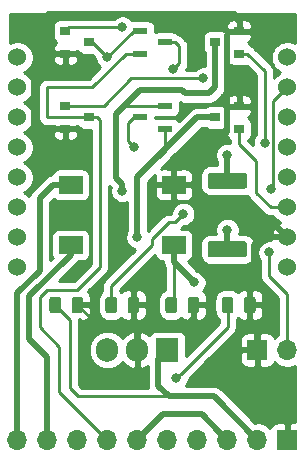
<source format=gbr>
G04 #@! TF.GenerationSoftware,KiCad,Pcbnew,5.1.5+dfsg1-2build2*
G04 #@! TF.CreationDate,2020-08-03T23:06:02+02:00*
G04 #@! TF.ProjectId,transistor_board,7472616e-7369-4737-946f-725f626f6172,rev?*
G04 #@! TF.SameCoordinates,Original*
G04 #@! TF.FileFunction,Copper,L1,Top*
G04 #@! TF.FilePolarity,Positive*
%FSLAX46Y46*%
G04 Gerber Fmt 4.6, Leading zero omitted, Abs format (unit mm)*
G04 Created by KiCad (PCBNEW 5.1.5+dfsg1-2build2) date 2020-08-03 23:06:02*
%MOMM*%
%LPD*%
G04 APERTURE LIST*
%ADD10O,1.905000X2.000000*%
%ADD11R,1.905000X2.000000*%
%ADD12C,1.524000*%
%ADD13C,0.100000*%
%ADD14R,2.000000X1.500000*%
%ADD15O,1.700000X1.700000*%
%ADD16R,1.700000X1.700000*%
%ADD17R,0.900000X0.800000*%
%ADD18R,1.300000X0.600000*%
%ADD19C,0.800000*%
%ADD20C,0.250000*%
%ADD21C,0.500000*%
%ADD22C,0.254000*%
G04 APERTURE END LIST*
D10*
X121920000Y-126365000D03*
X124460000Y-126365000D03*
D11*
X127000000Y-126365000D03*
D12*
X114300000Y-119380000D03*
X114300000Y-116840000D03*
X114300000Y-114300000D03*
X114300000Y-111760000D03*
X114300000Y-109220000D03*
X114300000Y-106680000D03*
X114300000Y-104140000D03*
X114300000Y-101600000D03*
X137160000Y-101600000D03*
X137160000Y-104140000D03*
X137160000Y-106680000D03*
X137160000Y-109220000D03*
X137160000Y-111760000D03*
X137160000Y-114300000D03*
X137160000Y-116840000D03*
X137160000Y-119380000D03*
G04 #@! TA.AperFunction,SMDPad,CuDef*
D13*
G36*
X117772642Y-121856174D02*
G01*
X117796303Y-121859684D01*
X117819507Y-121865496D01*
X117842029Y-121873554D01*
X117863653Y-121883782D01*
X117884170Y-121896079D01*
X117903383Y-121910329D01*
X117921107Y-121926393D01*
X117937171Y-121944117D01*
X117951421Y-121963330D01*
X117963718Y-121983847D01*
X117973946Y-122005471D01*
X117982004Y-122027993D01*
X117987816Y-122051197D01*
X117991326Y-122074858D01*
X117992500Y-122098750D01*
X117992500Y-123011250D01*
X117991326Y-123035142D01*
X117987816Y-123058803D01*
X117982004Y-123082007D01*
X117973946Y-123104529D01*
X117963718Y-123126153D01*
X117951421Y-123146670D01*
X117937171Y-123165883D01*
X117921107Y-123183607D01*
X117903383Y-123199671D01*
X117884170Y-123213921D01*
X117863653Y-123226218D01*
X117842029Y-123236446D01*
X117819507Y-123244504D01*
X117796303Y-123250316D01*
X117772642Y-123253826D01*
X117748750Y-123255000D01*
X117261250Y-123255000D01*
X117237358Y-123253826D01*
X117213697Y-123250316D01*
X117190493Y-123244504D01*
X117167971Y-123236446D01*
X117146347Y-123226218D01*
X117125830Y-123213921D01*
X117106617Y-123199671D01*
X117088893Y-123183607D01*
X117072829Y-123165883D01*
X117058579Y-123146670D01*
X117046282Y-123126153D01*
X117036054Y-123104529D01*
X117027996Y-123082007D01*
X117022184Y-123058803D01*
X117018674Y-123035142D01*
X117017500Y-123011250D01*
X117017500Y-122098750D01*
X117018674Y-122074858D01*
X117022184Y-122051197D01*
X117027996Y-122027993D01*
X117036054Y-122005471D01*
X117046282Y-121983847D01*
X117058579Y-121963330D01*
X117072829Y-121944117D01*
X117088893Y-121926393D01*
X117106617Y-121910329D01*
X117125830Y-121896079D01*
X117146347Y-121883782D01*
X117167971Y-121873554D01*
X117190493Y-121865496D01*
X117213697Y-121859684D01*
X117237358Y-121856174D01*
X117261250Y-121855000D01*
X117748750Y-121855000D01*
X117772642Y-121856174D01*
G37*
G04 #@! TD.AperFunction*
G04 #@! TA.AperFunction,SMDPad,CuDef*
G36*
X119647642Y-121856174D02*
G01*
X119671303Y-121859684D01*
X119694507Y-121865496D01*
X119717029Y-121873554D01*
X119738653Y-121883782D01*
X119759170Y-121896079D01*
X119778383Y-121910329D01*
X119796107Y-121926393D01*
X119812171Y-121944117D01*
X119826421Y-121963330D01*
X119838718Y-121983847D01*
X119848946Y-122005471D01*
X119857004Y-122027993D01*
X119862816Y-122051197D01*
X119866326Y-122074858D01*
X119867500Y-122098750D01*
X119867500Y-123011250D01*
X119866326Y-123035142D01*
X119862816Y-123058803D01*
X119857004Y-123082007D01*
X119848946Y-123104529D01*
X119838718Y-123126153D01*
X119826421Y-123146670D01*
X119812171Y-123165883D01*
X119796107Y-123183607D01*
X119778383Y-123199671D01*
X119759170Y-123213921D01*
X119738653Y-123226218D01*
X119717029Y-123236446D01*
X119694507Y-123244504D01*
X119671303Y-123250316D01*
X119647642Y-123253826D01*
X119623750Y-123255000D01*
X119136250Y-123255000D01*
X119112358Y-123253826D01*
X119088697Y-123250316D01*
X119065493Y-123244504D01*
X119042971Y-123236446D01*
X119021347Y-123226218D01*
X119000830Y-123213921D01*
X118981617Y-123199671D01*
X118963893Y-123183607D01*
X118947829Y-123165883D01*
X118933579Y-123146670D01*
X118921282Y-123126153D01*
X118911054Y-123104529D01*
X118902996Y-123082007D01*
X118897184Y-123058803D01*
X118893674Y-123035142D01*
X118892500Y-123011250D01*
X118892500Y-122098750D01*
X118893674Y-122074858D01*
X118897184Y-122051197D01*
X118902996Y-122027993D01*
X118911054Y-122005471D01*
X118921282Y-121983847D01*
X118933579Y-121963330D01*
X118947829Y-121944117D01*
X118963893Y-121926393D01*
X118981617Y-121910329D01*
X119000830Y-121896079D01*
X119021347Y-121883782D01*
X119042971Y-121873554D01*
X119065493Y-121865496D01*
X119088697Y-121859684D01*
X119112358Y-121856174D01*
X119136250Y-121855000D01*
X119623750Y-121855000D01*
X119647642Y-121856174D01*
G37*
G04 #@! TD.AperFunction*
G04 #@! TA.AperFunction,SMDPad,CuDef*
G36*
X134252642Y-121856174D02*
G01*
X134276303Y-121859684D01*
X134299507Y-121865496D01*
X134322029Y-121873554D01*
X134343653Y-121883782D01*
X134364170Y-121896079D01*
X134383383Y-121910329D01*
X134401107Y-121926393D01*
X134417171Y-121944117D01*
X134431421Y-121963330D01*
X134443718Y-121983847D01*
X134453946Y-122005471D01*
X134462004Y-122027993D01*
X134467816Y-122051197D01*
X134471326Y-122074858D01*
X134472500Y-122098750D01*
X134472500Y-123011250D01*
X134471326Y-123035142D01*
X134467816Y-123058803D01*
X134462004Y-123082007D01*
X134453946Y-123104529D01*
X134443718Y-123126153D01*
X134431421Y-123146670D01*
X134417171Y-123165883D01*
X134401107Y-123183607D01*
X134383383Y-123199671D01*
X134364170Y-123213921D01*
X134343653Y-123226218D01*
X134322029Y-123236446D01*
X134299507Y-123244504D01*
X134276303Y-123250316D01*
X134252642Y-123253826D01*
X134228750Y-123255000D01*
X133741250Y-123255000D01*
X133717358Y-123253826D01*
X133693697Y-123250316D01*
X133670493Y-123244504D01*
X133647971Y-123236446D01*
X133626347Y-123226218D01*
X133605830Y-123213921D01*
X133586617Y-123199671D01*
X133568893Y-123183607D01*
X133552829Y-123165883D01*
X133538579Y-123146670D01*
X133526282Y-123126153D01*
X133516054Y-123104529D01*
X133507996Y-123082007D01*
X133502184Y-123058803D01*
X133498674Y-123035142D01*
X133497500Y-123011250D01*
X133497500Y-122098750D01*
X133498674Y-122074858D01*
X133502184Y-122051197D01*
X133507996Y-122027993D01*
X133516054Y-122005471D01*
X133526282Y-121983847D01*
X133538579Y-121963330D01*
X133552829Y-121944117D01*
X133568893Y-121926393D01*
X133586617Y-121910329D01*
X133605830Y-121896079D01*
X133626347Y-121883782D01*
X133647971Y-121873554D01*
X133670493Y-121865496D01*
X133693697Y-121859684D01*
X133717358Y-121856174D01*
X133741250Y-121855000D01*
X134228750Y-121855000D01*
X134252642Y-121856174D01*
G37*
G04 #@! TD.AperFunction*
G04 #@! TA.AperFunction,SMDPad,CuDef*
G36*
X132377642Y-121856174D02*
G01*
X132401303Y-121859684D01*
X132424507Y-121865496D01*
X132447029Y-121873554D01*
X132468653Y-121883782D01*
X132489170Y-121896079D01*
X132508383Y-121910329D01*
X132526107Y-121926393D01*
X132542171Y-121944117D01*
X132556421Y-121963330D01*
X132568718Y-121983847D01*
X132578946Y-122005471D01*
X132587004Y-122027993D01*
X132592816Y-122051197D01*
X132596326Y-122074858D01*
X132597500Y-122098750D01*
X132597500Y-123011250D01*
X132596326Y-123035142D01*
X132592816Y-123058803D01*
X132587004Y-123082007D01*
X132578946Y-123104529D01*
X132568718Y-123126153D01*
X132556421Y-123146670D01*
X132542171Y-123165883D01*
X132526107Y-123183607D01*
X132508383Y-123199671D01*
X132489170Y-123213921D01*
X132468653Y-123226218D01*
X132447029Y-123236446D01*
X132424507Y-123244504D01*
X132401303Y-123250316D01*
X132377642Y-123253826D01*
X132353750Y-123255000D01*
X131866250Y-123255000D01*
X131842358Y-123253826D01*
X131818697Y-123250316D01*
X131795493Y-123244504D01*
X131772971Y-123236446D01*
X131751347Y-123226218D01*
X131730830Y-123213921D01*
X131711617Y-123199671D01*
X131693893Y-123183607D01*
X131677829Y-123165883D01*
X131663579Y-123146670D01*
X131651282Y-123126153D01*
X131641054Y-123104529D01*
X131632996Y-123082007D01*
X131627184Y-123058803D01*
X131623674Y-123035142D01*
X131622500Y-123011250D01*
X131622500Y-122098750D01*
X131623674Y-122074858D01*
X131627184Y-122051197D01*
X131632996Y-122027993D01*
X131641054Y-122005471D01*
X131651282Y-121983847D01*
X131663579Y-121963330D01*
X131677829Y-121944117D01*
X131693893Y-121926393D01*
X131711617Y-121910329D01*
X131730830Y-121896079D01*
X131751347Y-121883782D01*
X131772971Y-121873554D01*
X131795493Y-121865496D01*
X131818697Y-121859684D01*
X131842358Y-121856174D01*
X131866250Y-121855000D01*
X132353750Y-121855000D01*
X132377642Y-121856174D01*
G37*
G04 #@! TD.AperFunction*
G04 #@! TA.AperFunction,SMDPad,CuDef*
G36*
X124395142Y-121856174D02*
G01*
X124418803Y-121859684D01*
X124442007Y-121865496D01*
X124464529Y-121873554D01*
X124486153Y-121883782D01*
X124506670Y-121896079D01*
X124525883Y-121910329D01*
X124543607Y-121926393D01*
X124559671Y-121944117D01*
X124573921Y-121963330D01*
X124586218Y-121983847D01*
X124596446Y-122005471D01*
X124604504Y-122027993D01*
X124610316Y-122051197D01*
X124613826Y-122074858D01*
X124615000Y-122098750D01*
X124615000Y-123011250D01*
X124613826Y-123035142D01*
X124610316Y-123058803D01*
X124604504Y-123082007D01*
X124596446Y-123104529D01*
X124586218Y-123126153D01*
X124573921Y-123146670D01*
X124559671Y-123165883D01*
X124543607Y-123183607D01*
X124525883Y-123199671D01*
X124506670Y-123213921D01*
X124486153Y-123226218D01*
X124464529Y-123236446D01*
X124442007Y-123244504D01*
X124418803Y-123250316D01*
X124395142Y-123253826D01*
X124371250Y-123255000D01*
X123883750Y-123255000D01*
X123859858Y-123253826D01*
X123836197Y-123250316D01*
X123812993Y-123244504D01*
X123790471Y-123236446D01*
X123768847Y-123226218D01*
X123748330Y-123213921D01*
X123729117Y-123199671D01*
X123711393Y-123183607D01*
X123695329Y-123165883D01*
X123681079Y-123146670D01*
X123668782Y-123126153D01*
X123658554Y-123104529D01*
X123650496Y-123082007D01*
X123644684Y-123058803D01*
X123641174Y-123035142D01*
X123640000Y-123011250D01*
X123640000Y-122098750D01*
X123641174Y-122074858D01*
X123644684Y-122051197D01*
X123650496Y-122027993D01*
X123658554Y-122005471D01*
X123668782Y-121983847D01*
X123681079Y-121963330D01*
X123695329Y-121944117D01*
X123711393Y-121926393D01*
X123729117Y-121910329D01*
X123748330Y-121896079D01*
X123768847Y-121883782D01*
X123790471Y-121873554D01*
X123812993Y-121865496D01*
X123836197Y-121859684D01*
X123859858Y-121856174D01*
X123883750Y-121855000D01*
X124371250Y-121855000D01*
X124395142Y-121856174D01*
G37*
G04 #@! TD.AperFunction*
G04 #@! TA.AperFunction,SMDPad,CuDef*
G36*
X122520142Y-121856174D02*
G01*
X122543803Y-121859684D01*
X122567007Y-121865496D01*
X122589529Y-121873554D01*
X122611153Y-121883782D01*
X122631670Y-121896079D01*
X122650883Y-121910329D01*
X122668607Y-121926393D01*
X122684671Y-121944117D01*
X122698921Y-121963330D01*
X122711218Y-121983847D01*
X122721446Y-122005471D01*
X122729504Y-122027993D01*
X122735316Y-122051197D01*
X122738826Y-122074858D01*
X122740000Y-122098750D01*
X122740000Y-123011250D01*
X122738826Y-123035142D01*
X122735316Y-123058803D01*
X122729504Y-123082007D01*
X122721446Y-123104529D01*
X122711218Y-123126153D01*
X122698921Y-123146670D01*
X122684671Y-123165883D01*
X122668607Y-123183607D01*
X122650883Y-123199671D01*
X122631670Y-123213921D01*
X122611153Y-123226218D01*
X122589529Y-123236446D01*
X122567007Y-123244504D01*
X122543803Y-123250316D01*
X122520142Y-123253826D01*
X122496250Y-123255000D01*
X122008750Y-123255000D01*
X121984858Y-123253826D01*
X121961197Y-123250316D01*
X121937993Y-123244504D01*
X121915471Y-123236446D01*
X121893847Y-123226218D01*
X121873330Y-123213921D01*
X121854117Y-123199671D01*
X121836393Y-123183607D01*
X121820329Y-123165883D01*
X121806079Y-123146670D01*
X121793782Y-123126153D01*
X121783554Y-123104529D01*
X121775496Y-123082007D01*
X121769684Y-123058803D01*
X121766174Y-123035142D01*
X121765000Y-123011250D01*
X121765000Y-122098750D01*
X121766174Y-122074858D01*
X121769684Y-122051197D01*
X121775496Y-122027993D01*
X121783554Y-122005471D01*
X121793782Y-121983847D01*
X121806079Y-121963330D01*
X121820329Y-121944117D01*
X121836393Y-121926393D01*
X121854117Y-121910329D01*
X121873330Y-121896079D01*
X121893847Y-121883782D01*
X121915471Y-121873554D01*
X121937993Y-121865496D01*
X121961197Y-121859684D01*
X121984858Y-121856174D01*
X122008750Y-121855000D01*
X122496250Y-121855000D01*
X122520142Y-121856174D01*
G37*
G04 #@! TD.AperFunction*
G04 #@! TA.AperFunction,SMDPad,CuDef*
G36*
X129475142Y-121856174D02*
G01*
X129498803Y-121859684D01*
X129522007Y-121865496D01*
X129544529Y-121873554D01*
X129566153Y-121883782D01*
X129586670Y-121896079D01*
X129605883Y-121910329D01*
X129623607Y-121926393D01*
X129639671Y-121944117D01*
X129653921Y-121963330D01*
X129666218Y-121983847D01*
X129676446Y-122005471D01*
X129684504Y-122027993D01*
X129690316Y-122051197D01*
X129693826Y-122074858D01*
X129695000Y-122098750D01*
X129695000Y-123011250D01*
X129693826Y-123035142D01*
X129690316Y-123058803D01*
X129684504Y-123082007D01*
X129676446Y-123104529D01*
X129666218Y-123126153D01*
X129653921Y-123146670D01*
X129639671Y-123165883D01*
X129623607Y-123183607D01*
X129605883Y-123199671D01*
X129586670Y-123213921D01*
X129566153Y-123226218D01*
X129544529Y-123236446D01*
X129522007Y-123244504D01*
X129498803Y-123250316D01*
X129475142Y-123253826D01*
X129451250Y-123255000D01*
X128963750Y-123255000D01*
X128939858Y-123253826D01*
X128916197Y-123250316D01*
X128892993Y-123244504D01*
X128870471Y-123236446D01*
X128848847Y-123226218D01*
X128828330Y-123213921D01*
X128809117Y-123199671D01*
X128791393Y-123183607D01*
X128775329Y-123165883D01*
X128761079Y-123146670D01*
X128748782Y-123126153D01*
X128738554Y-123104529D01*
X128730496Y-123082007D01*
X128724684Y-123058803D01*
X128721174Y-123035142D01*
X128720000Y-123011250D01*
X128720000Y-122098750D01*
X128721174Y-122074858D01*
X128724684Y-122051197D01*
X128730496Y-122027993D01*
X128738554Y-122005471D01*
X128748782Y-121983847D01*
X128761079Y-121963330D01*
X128775329Y-121944117D01*
X128791393Y-121926393D01*
X128809117Y-121910329D01*
X128828330Y-121896079D01*
X128848847Y-121883782D01*
X128870471Y-121873554D01*
X128892993Y-121865496D01*
X128916197Y-121859684D01*
X128939858Y-121856174D01*
X128963750Y-121855000D01*
X129451250Y-121855000D01*
X129475142Y-121856174D01*
G37*
G04 #@! TD.AperFunction*
G04 #@! TA.AperFunction,SMDPad,CuDef*
G36*
X127600142Y-121856174D02*
G01*
X127623803Y-121859684D01*
X127647007Y-121865496D01*
X127669529Y-121873554D01*
X127691153Y-121883782D01*
X127711670Y-121896079D01*
X127730883Y-121910329D01*
X127748607Y-121926393D01*
X127764671Y-121944117D01*
X127778921Y-121963330D01*
X127791218Y-121983847D01*
X127801446Y-122005471D01*
X127809504Y-122027993D01*
X127815316Y-122051197D01*
X127818826Y-122074858D01*
X127820000Y-122098750D01*
X127820000Y-123011250D01*
X127818826Y-123035142D01*
X127815316Y-123058803D01*
X127809504Y-123082007D01*
X127801446Y-123104529D01*
X127791218Y-123126153D01*
X127778921Y-123146670D01*
X127764671Y-123165883D01*
X127748607Y-123183607D01*
X127730883Y-123199671D01*
X127711670Y-123213921D01*
X127691153Y-123226218D01*
X127669529Y-123236446D01*
X127647007Y-123244504D01*
X127623803Y-123250316D01*
X127600142Y-123253826D01*
X127576250Y-123255000D01*
X127088750Y-123255000D01*
X127064858Y-123253826D01*
X127041197Y-123250316D01*
X127017993Y-123244504D01*
X126995471Y-123236446D01*
X126973847Y-123226218D01*
X126953330Y-123213921D01*
X126934117Y-123199671D01*
X126916393Y-123183607D01*
X126900329Y-123165883D01*
X126886079Y-123146670D01*
X126873782Y-123126153D01*
X126863554Y-123104529D01*
X126855496Y-123082007D01*
X126849684Y-123058803D01*
X126846174Y-123035142D01*
X126845000Y-123011250D01*
X126845000Y-122098750D01*
X126846174Y-122074858D01*
X126849684Y-122051197D01*
X126855496Y-122027993D01*
X126863554Y-122005471D01*
X126873782Y-121983847D01*
X126886079Y-121963330D01*
X126900329Y-121944117D01*
X126916393Y-121926393D01*
X126934117Y-121910329D01*
X126953330Y-121896079D01*
X126973847Y-121883782D01*
X126995471Y-121873554D01*
X127017993Y-121865496D01*
X127041197Y-121859684D01*
X127064858Y-121856174D01*
X127088750Y-121855000D01*
X127576250Y-121855000D01*
X127600142Y-121856174D01*
G37*
G04 #@! TD.AperFunction*
D14*
X118820000Y-117485000D03*
X118820000Y-112385000D03*
X127560000Y-112385000D03*
X127560000Y-117485000D03*
D15*
X137160000Y-126365000D03*
D16*
X134620000Y-126365000D03*
D15*
X114300000Y-133985000D03*
X116840000Y-133985000D03*
X119380000Y-133985000D03*
X121920000Y-133985000D03*
X124460000Y-133985000D03*
X127000000Y-133985000D03*
X129540000Y-133985000D03*
X132080000Y-133985000D03*
X134620000Y-133985000D03*
D16*
X137160000Y-133985000D03*
G04 #@! TA.AperFunction,SMDPad,CuDef*
D13*
G36*
X133529505Y-111361204D02*
G01*
X133553773Y-111364804D01*
X133577572Y-111370765D01*
X133600671Y-111379030D01*
X133622850Y-111389520D01*
X133643893Y-111402132D01*
X133663599Y-111416747D01*
X133681777Y-111433223D01*
X133698253Y-111451401D01*
X133712868Y-111471107D01*
X133725480Y-111492150D01*
X133735970Y-111514329D01*
X133744235Y-111537428D01*
X133750196Y-111561227D01*
X133753796Y-111585495D01*
X133755000Y-111609999D01*
X133755000Y-112460001D01*
X133753796Y-112484505D01*
X133750196Y-112508773D01*
X133744235Y-112532572D01*
X133735970Y-112555671D01*
X133725480Y-112577850D01*
X133712868Y-112598893D01*
X133698253Y-112618599D01*
X133681777Y-112636777D01*
X133663599Y-112653253D01*
X133643893Y-112667868D01*
X133622850Y-112680480D01*
X133600671Y-112690970D01*
X133577572Y-112699235D01*
X133553773Y-112705196D01*
X133529505Y-112708796D01*
X133505001Y-112710000D01*
X130654999Y-112710000D01*
X130630495Y-112708796D01*
X130606227Y-112705196D01*
X130582428Y-112699235D01*
X130559329Y-112690970D01*
X130537150Y-112680480D01*
X130516107Y-112667868D01*
X130496401Y-112653253D01*
X130478223Y-112636777D01*
X130461747Y-112618599D01*
X130447132Y-112598893D01*
X130434520Y-112577850D01*
X130424030Y-112555671D01*
X130415765Y-112532572D01*
X130409804Y-112508773D01*
X130406204Y-112484505D01*
X130405000Y-112460001D01*
X130405000Y-111609999D01*
X130406204Y-111585495D01*
X130409804Y-111561227D01*
X130415765Y-111537428D01*
X130424030Y-111514329D01*
X130434520Y-111492150D01*
X130447132Y-111471107D01*
X130461747Y-111451401D01*
X130478223Y-111433223D01*
X130496401Y-111416747D01*
X130516107Y-111402132D01*
X130537150Y-111389520D01*
X130559329Y-111379030D01*
X130582428Y-111370765D01*
X130606227Y-111364804D01*
X130630495Y-111361204D01*
X130654999Y-111360000D01*
X133505001Y-111360000D01*
X133529505Y-111361204D01*
G37*
G04 #@! TD.AperFunction*
G04 #@! TA.AperFunction,SMDPad,CuDef*
G36*
X133529505Y-117161204D02*
G01*
X133553773Y-117164804D01*
X133577572Y-117170765D01*
X133600671Y-117179030D01*
X133622850Y-117189520D01*
X133643893Y-117202132D01*
X133663599Y-117216747D01*
X133681777Y-117233223D01*
X133698253Y-117251401D01*
X133712868Y-117271107D01*
X133725480Y-117292150D01*
X133735970Y-117314329D01*
X133744235Y-117337428D01*
X133750196Y-117361227D01*
X133753796Y-117385495D01*
X133755000Y-117409999D01*
X133755000Y-118260001D01*
X133753796Y-118284505D01*
X133750196Y-118308773D01*
X133744235Y-118332572D01*
X133735970Y-118355671D01*
X133725480Y-118377850D01*
X133712868Y-118398893D01*
X133698253Y-118418599D01*
X133681777Y-118436777D01*
X133663599Y-118453253D01*
X133643893Y-118467868D01*
X133622850Y-118480480D01*
X133600671Y-118490970D01*
X133577572Y-118499235D01*
X133553773Y-118505196D01*
X133529505Y-118508796D01*
X133505001Y-118510000D01*
X130654999Y-118510000D01*
X130630495Y-118508796D01*
X130606227Y-118505196D01*
X130582428Y-118499235D01*
X130559329Y-118490970D01*
X130537150Y-118480480D01*
X130516107Y-118467868D01*
X130496401Y-118453253D01*
X130478223Y-118436777D01*
X130461747Y-118418599D01*
X130447132Y-118398893D01*
X130434520Y-118377850D01*
X130424030Y-118355671D01*
X130415765Y-118332572D01*
X130409804Y-118308773D01*
X130406204Y-118284505D01*
X130405000Y-118260001D01*
X130405000Y-117409999D01*
X130406204Y-117385495D01*
X130409804Y-117361227D01*
X130415765Y-117337428D01*
X130424030Y-117314329D01*
X130434520Y-117292150D01*
X130447132Y-117271107D01*
X130461747Y-117251401D01*
X130478223Y-117233223D01*
X130496401Y-117216747D01*
X130516107Y-117202132D01*
X130537150Y-117189520D01*
X130559329Y-117179030D01*
X130582428Y-117170765D01*
X130606227Y-117164804D01*
X130630495Y-117161204D01*
X130654999Y-117160000D01*
X133505001Y-117160000D01*
X133529505Y-117161204D01*
G37*
G04 #@! TD.AperFunction*
D17*
X120380000Y-100330000D03*
X118380000Y-101280000D03*
X118380000Y-99380000D03*
X120380000Y-106680000D03*
X118380000Y-107630000D03*
X118380000Y-105730000D03*
X131080000Y-100330000D03*
X133080000Y-99380000D03*
X133080000Y-101280000D03*
X131080000Y-106680000D03*
X133080000Y-105730000D03*
X133080000Y-107630000D03*
D18*
X126780000Y-107630000D03*
X126780000Y-105730000D03*
X124680000Y-106680000D03*
X124680000Y-99380000D03*
X124680000Y-101280000D03*
X126780000Y-100330000D03*
D19*
X132080000Y-109855000D03*
X124206000Y-109220000D03*
X127508000Y-102616000D03*
X129286000Y-120650000D03*
X128360001Y-114844999D03*
X127762000Y-128778000D03*
X132080000Y-116205000D03*
X121920000Y-101600000D03*
X124460000Y-116840000D03*
X123190000Y-112903000D03*
X135763000Y-112776000D03*
X135636000Y-118109996D03*
X135255000Y-108839000D03*
X130048000Y-103378000D03*
X123190000Y-99060000D03*
D20*
X129207500Y-123522500D02*
X129207500Y-122555000D01*
X128270000Y-124460000D02*
X129207500Y-123522500D01*
X133985000Y-122555000D02*
X133985000Y-120015000D01*
D21*
X130175000Y-120015000D02*
X129540000Y-119380000D01*
D20*
X127645000Y-112385000D02*
X128270000Y-111760000D01*
X127560000Y-112385000D02*
X127645000Y-112385000D01*
X117680000Y-107630000D02*
X118380000Y-107630000D01*
X117160000Y-101280000D02*
X118380000Y-101280000D01*
X116840000Y-101600000D02*
X117160000Y-101280000D01*
X116840000Y-97790000D02*
X116840000Y-101600000D01*
X132715000Y-98365000D02*
X132715000Y-97790000D01*
X133080000Y-98730000D02*
X132715000Y-98365000D01*
X133080000Y-99380000D02*
X133080000Y-98730000D01*
X132715000Y-97790000D02*
X116840000Y-97790000D01*
X132380000Y-99380000D02*
X132080000Y-99680000D01*
X133080000Y-99380000D02*
X132380000Y-99380000D01*
X132380000Y-105730000D02*
X133080000Y-105730000D01*
X132080000Y-105430000D02*
X132380000Y-105730000D01*
X132080000Y-99680000D02*
X132080000Y-105430000D01*
X115890000Y-107630000D02*
X118380000Y-107630000D01*
X115570000Y-107315000D02*
X115890000Y-107630000D01*
X115570000Y-102870000D02*
X115570000Y-107315000D01*
X116840000Y-101600000D02*
X115570000Y-102870000D01*
D21*
X128270000Y-124460000D02*
X130175000Y-124460000D01*
X130175000Y-124460000D02*
X130810000Y-123825000D01*
D20*
X132080000Y-107950000D02*
X130810000Y-109220000D01*
D21*
X134620000Y-124460000D02*
X134620000Y-126365000D01*
D20*
X121285000Y-124460000D02*
X119380000Y-122555000D01*
X124460000Y-122887500D02*
X124127500Y-122555000D01*
D21*
X124460000Y-124460000D02*
X124460000Y-126365000D01*
X128270000Y-124460000D02*
X124460000Y-124460000D01*
D20*
X124127500Y-122555000D02*
X124127500Y-124381500D01*
X124460000Y-124460000D02*
X124206000Y-124460000D01*
X129530000Y-112385000D02*
X129540000Y-112395000D01*
D21*
X127560000Y-112385000D02*
X129530000Y-112385000D01*
X129540000Y-119380000D02*
X129540000Y-112395000D01*
X130175000Y-120015000D02*
X130810000Y-120650000D01*
X130810000Y-120650000D02*
X130810000Y-123825000D01*
X133985000Y-120015000D02*
X130175000Y-120015000D01*
X130175000Y-124460000D02*
X121285000Y-124460000D01*
X135001000Y-116840000D02*
X137160000Y-116840000D01*
X134366000Y-117475000D02*
X135001000Y-116840000D01*
X134366000Y-119634000D02*
X134366000Y-117475000D01*
X133985000Y-120015000D02*
X134366000Y-119634000D01*
X129540000Y-110490000D02*
X129540000Y-112395000D01*
X132080000Y-107950000D02*
X129540000Y-110490000D01*
X132080000Y-99680000D02*
X132080000Y-107950000D01*
X135636000Y-121666000D02*
X133985000Y-120015000D01*
X135636000Y-123444000D02*
X135636000Y-121666000D01*
X134620000Y-124460000D02*
X135636000Y-123444000D01*
D20*
X127560000Y-122327500D02*
X127332500Y-122555000D01*
X127560000Y-117485000D02*
X127560000Y-122327500D01*
D21*
X132080000Y-109855000D02*
X132080000Y-112035000D01*
D20*
X124206000Y-106680000D02*
X124680000Y-106680000D01*
X123698000Y-107188000D02*
X124206000Y-106680000D01*
X123698000Y-108712000D02*
X123698000Y-107188000D01*
X124206000Y-109220000D02*
X123698000Y-108712000D01*
X127680000Y-100330000D02*
X128016000Y-100666000D01*
X126780000Y-100330000D02*
X127680000Y-100330000D01*
X128016000Y-102108000D02*
X127508000Y-102616000D01*
X128016000Y-100666000D02*
X128016000Y-102108000D01*
D21*
X131455999Y-133360999D02*
X132080000Y-133985000D01*
X129921000Y-131826000D02*
X131455999Y-133360999D01*
X126619000Y-131826000D02*
X129921000Y-131826000D01*
X124460000Y-133985000D02*
X126619000Y-131826000D01*
X127560000Y-118924000D02*
X127560000Y-117485000D01*
X129286000Y-120650000D02*
X127560000Y-118924000D01*
D20*
X122252500Y-122555000D02*
X122252500Y-120952500D01*
X122252500Y-120952500D02*
X125730000Y-117475000D01*
X125730000Y-116979998D02*
X127139998Y-115570000D01*
X125730000Y-117475000D02*
X125730000Y-116979998D01*
X127139998Y-115570000D02*
X127635000Y-115570000D01*
X127635000Y-115570000D02*
X128360001Y-114844999D01*
X132110000Y-123160000D02*
X132080000Y-123190000D01*
X132110000Y-122555000D02*
X132110000Y-123160000D01*
X132110000Y-124430000D02*
X128161999Y-128378001D01*
X128161999Y-128378001D02*
X127762000Y-128778000D01*
X132110000Y-122555000D02*
X132110000Y-124430000D01*
X132080000Y-117835000D02*
X132080000Y-118110000D01*
D21*
X132080000Y-117835000D02*
X132080000Y-116205000D01*
D20*
X132080000Y-116205000D02*
X132080000Y-116205000D01*
X126873000Y-130302000D02*
X126936500Y-130238500D01*
X119443500Y-130302000D02*
X126873000Y-130302000D01*
X118745000Y-129603500D02*
X119443500Y-130302000D01*
X118745000Y-123795000D02*
X118745000Y-129603500D01*
X117505000Y-122555000D02*
X118745000Y-123795000D01*
D21*
X130937000Y-130302000D02*
X134620000Y-133985000D01*
X127127000Y-130302000D02*
X130937000Y-130302000D01*
X126238000Y-129413000D02*
X127127000Y-130302000D01*
X126238000Y-127127000D02*
X126238000Y-129413000D01*
X127000000Y-126365000D02*
X126238000Y-127127000D01*
D20*
X118820000Y-117485000D02*
X118820000Y-118035000D01*
D21*
X115316000Y-125476000D02*
X116840000Y-127000000D01*
X116840000Y-127000000D02*
X116840000Y-133985000D01*
X115316000Y-121793000D02*
X115316000Y-125476000D01*
X118820000Y-118289000D02*
X115316000Y-121793000D01*
X118820000Y-118035000D02*
X118820000Y-118289000D01*
D20*
X118755000Y-112385000D02*
X118820000Y-112385000D01*
D21*
X114300000Y-121565036D02*
X114300000Y-133985000D01*
X116205000Y-119660036D02*
X114300000Y-121565036D01*
X116205000Y-113500000D02*
X116205000Y-119660036D01*
X117320000Y-112385000D02*
X116205000Y-113500000D01*
X118820000Y-112385000D02*
X117320000Y-112385000D01*
D20*
X120650000Y-100330000D02*
X120380000Y-100330000D01*
X121920000Y-101600000D02*
X120650000Y-100330000D01*
X124140000Y-99380000D02*
X124680000Y-99380000D01*
X121920000Y-101600000D02*
X124140000Y-99380000D01*
X116840000Y-106680000D02*
X120380000Y-106680000D01*
X116840000Y-104140000D02*
X116840000Y-106680000D01*
X123510000Y-101280000D02*
X120650000Y-104140000D01*
X120650000Y-104140000D02*
X116840000Y-104140000D01*
X124680000Y-101280000D02*
X123510000Y-101280000D01*
X116205000Y-121920000D02*
X116205000Y-124460000D01*
X116840000Y-121285000D02*
X116205000Y-121920000D01*
X119380000Y-121285000D02*
X116840000Y-121285000D01*
X117856000Y-129921000D02*
X121920000Y-133985000D01*
X116205000Y-124460000D02*
X117856000Y-126111000D01*
X121285000Y-106885000D02*
X121285000Y-119380000D01*
X117856000Y-126111000D02*
X117856000Y-129921000D01*
X121285000Y-119380000D02*
X119380000Y-121285000D01*
X121080000Y-106680000D02*
X121285000Y-106885000D01*
X120380000Y-106680000D02*
X121080000Y-106680000D01*
X126780000Y-107630000D02*
X126780000Y-109440000D01*
D21*
X126780000Y-109440000D02*
X124460000Y-111760000D01*
X124460000Y-111760000D02*
X124460000Y-116840000D01*
D20*
X124460000Y-116840000D02*
X124460000Y-116840000D01*
D21*
X124460000Y-111760000D02*
X129540000Y-106680000D01*
X129540000Y-106680000D02*
X130048000Y-106680000D01*
X130380000Y-106680000D02*
X130048000Y-106680000D01*
X131080000Y-106680000D02*
X130380000Y-106680000D01*
X123190000Y-112337315D02*
X123190000Y-112903000D01*
X122682000Y-111829315D02*
X123190000Y-112337315D01*
X122682000Y-106680000D02*
X122682000Y-111829315D01*
D20*
X125880000Y-105730000D02*
X123510000Y-105730000D01*
X126780000Y-105730000D02*
X125880000Y-105730000D01*
D21*
X131080000Y-101202000D02*
X131080000Y-100330000D01*
D20*
X131064000Y-101218000D02*
X131080000Y-101202000D01*
D21*
X131064000Y-104140000D02*
X131064000Y-101218000D01*
X130556000Y-104648000D02*
X131064000Y-104140000D01*
X128524000Y-104648000D02*
X130556000Y-104648000D01*
X128270000Y-104394000D02*
X128524000Y-104648000D01*
X124714000Y-104394000D02*
X128270000Y-104394000D01*
X122682000Y-106426000D02*
X124714000Y-104394000D01*
X122682000Y-106934000D02*
X122682000Y-106426000D01*
D20*
X135980001Y-105319999D02*
X135980001Y-112558999D01*
X137160000Y-104140000D02*
X135980001Y-105319999D01*
X135980001Y-112558999D02*
X135763000Y-112776000D01*
X135763000Y-112776000D02*
X135763000Y-112776000D01*
X135636000Y-120142000D02*
X135636000Y-118109996D01*
X137160000Y-121666000D02*
X135636000Y-120142000D01*
X137160000Y-126365000D02*
X137160000Y-121666000D01*
X136144000Y-114300000D02*
X137160000Y-114300000D01*
X135763000Y-114300000D02*
X136144000Y-114300000D01*
X134529999Y-113066999D02*
X135763000Y-114300000D01*
X134529999Y-110399999D02*
X134529999Y-113066999D01*
X133080000Y-108950000D02*
X134529999Y-110399999D01*
X133080000Y-107630000D02*
X133080000Y-108950000D01*
X133080000Y-101330000D02*
X133080000Y-101280000D01*
X135255000Y-108273315D02*
X135255000Y-108839000D01*
X135255000Y-102755000D02*
X135255000Y-108273315D01*
X133080000Y-101280000D02*
X133780000Y-101280000D01*
X133780000Y-101280000D02*
X135255000Y-102755000D01*
X123952000Y-103378000D02*
X129482315Y-103378000D01*
X121600000Y-105730000D02*
X123952000Y-103378000D01*
X118380000Y-105730000D02*
X121600000Y-105730000D01*
X129482315Y-103378000D02*
X130048000Y-103378000D01*
X118380000Y-99330000D02*
X118380000Y-99380000D01*
X118700000Y-99060000D02*
X118380000Y-99380000D01*
X123190000Y-99060000D02*
X118700000Y-99060000D01*
D22*
G36*
X131991928Y-108030000D02*
G01*
X132004188Y-108154482D01*
X132040498Y-108274180D01*
X132099463Y-108384494D01*
X132178815Y-108481185D01*
X132275506Y-108560537D01*
X132320001Y-108584320D01*
X132320001Y-108847462D01*
X132181939Y-108820000D01*
X131978061Y-108820000D01*
X131778102Y-108859774D01*
X131589744Y-108937795D01*
X131420226Y-109051063D01*
X131276063Y-109195226D01*
X131162795Y-109364744D01*
X131084774Y-109553102D01*
X131045000Y-109753061D01*
X131045000Y-109956939D01*
X131084774Y-110156898D01*
X131162795Y-110345256D01*
X131195000Y-110393455D01*
X131195000Y-110721928D01*
X130654999Y-110721928D01*
X130481745Y-110738992D01*
X130315149Y-110789528D01*
X130161613Y-110871595D01*
X130027038Y-110982038D01*
X129916595Y-111116613D01*
X129834528Y-111270149D01*
X129783992Y-111436745D01*
X129766928Y-111609999D01*
X129766928Y-112460001D01*
X129783992Y-112633255D01*
X129834528Y-112799851D01*
X129916595Y-112953387D01*
X130027038Y-113087962D01*
X130161613Y-113198405D01*
X130315149Y-113280472D01*
X130481745Y-113331008D01*
X130654999Y-113348072D01*
X133505001Y-113348072D01*
X133678255Y-113331008D01*
X133804291Y-113292776D01*
X133824453Y-113359245D01*
X133895025Y-113491275D01*
X133966200Y-113578001D01*
X133989999Y-113607000D01*
X134018997Y-113630798D01*
X135199201Y-114811003D01*
X135222999Y-114840001D01*
X135338724Y-114934974D01*
X135470753Y-115005546D01*
X135614014Y-115049003D01*
X135725667Y-115060000D01*
X135725675Y-115060000D01*
X135763000Y-115063676D01*
X135800325Y-115060000D01*
X135987659Y-115060000D01*
X136074880Y-115190535D01*
X136269465Y-115385120D01*
X136498273Y-115538005D01*
X136569943Y-115567692D01*
X136556977Y-115572364D01*
X136441020Y-115634344D01*
X136374040Y-115874435D01*
X137160000Y-116660395D01*
X137174143Y-116646253D01*
X137353748Y-116825858D01*
X137339605Y-116840000D01*
X137353748Y-116854143D01*
X137174143Y-117033748D01*
X137160000Y-117019605D01*
X137145858Y-117033748D01*
X136966253Y-116854143D01*
X136980395Y-116840000D01*
X136194435Y-116054040D01*
X135954344Y-116121020D01*
X135837244Y-116370048D01*
X135770977Y-116637135D01*
X135758090Y-116912017D01*
X135784020Y-117084162D01*
X135737939Y-117074996D01*
X135534061Y-117074996D01*
X135334102Y-117114770D01*
X135145744Y-117192791D01*
X134976226Y-117306059D01*
X134832063Y-117450222D01*
X134718795Y-117619740D01*
X134640774Y-117808098D01*
X134601000Y-118008057D01*
X134601000Y-118211935D01*
X134640774Y-118411894D01*
X134718795Y-118600252D01*
X134832063Y-118769770D01*
X134876001Y-118813708D01*
X134876000Y-120104677D01*
X134872324Y-120142000D01*
X134876000Y-120179322D01*
X134876000Y-120179332D01*
X134886997Y-120290985D01*
X134919898Y-120399447D01*
X134930454Y-120434246D01*
X135001026Y-120566276D01*
X135040871Y-120614826D01*
X135095999Y-120682001D01*
X135125002Y-120705803D01*
X136400001Y-121980804D01*
X136400000Y-125086821D01*
X136213368Y-125211525D01*
X136081513Y-125343380D01*
X136059502Y-125270820D01*
X136000537Y-125160506D01*
X135921185Y-125063815D01*
X135824494Y-124984463D01*
X135714180Y-124925498D01*
X135594482Y-124889188D01*
X135470000Y-124876928D01*
X134905750Y-124880000D01*
X134747000Y-125038750D01*
X134747000Y-126238000D01*
X134767000Y-126238000D01*
X134767000Y-126492000D01*
X134747000Y-126492000D01*
X134747000Y-127691250D01*
X134905750Y-127850000D01*
X135470000Y-127853072D01*
X135594482Y-127840812D01*
X135714180Y-127804502D01*
X135824494Y-127745537D01*
X135921185Y-127666185D01*
X136000537Y-127569494D01*
X136059502Y-127459180D01*
X136081513Y-127386620D01*
X136213368Y-127518475D01*
X136456589Y-127680990D01*
X136726842Y-127792932D01*
X137013740Y-127850000D01*
X137306260Y-127850000D01*
X137593158Y-127792932D01*
X137770001Y-127719682D01*
X137770001Y-132498235D01*
X137445750Y-132500000D01*
X137287000Y-132658750D01*
X137287000Y-133858000D01*
X137307000Y-133858000D01*
X137307000Y-134112000D01*
X137287000Y-134112000D01*
X137287000Y-134132000D01*
X137033000Y-134132000D01*
X137033000Y-134112000D01*
X137013000Y-134112000D01*
X137013000Y-133858000D01*
X137033000Y-133858000D01*
X137033000Y-132658750D01*
X136874250Y-132500000D01*
X136310000Y-132496928D01*
X136185518Y-132509188D01*
X136065820Y-132545498D01*
X135955506Y-132604463D01*
X135858815Y-132683815D01*
X135779463Y-132780506D01*
X135720498Y-132890820D01*
X135698487Y-132963380D01*
X135566632Y-132831525D01*
X135323411Y-132669010D01*
X135053158Y-132557068D01*
X134766260Y-132500000D01*
X134473740Y-132500000D01*
X134401040Y-132514461D01*
X131593534Y-129706956D01*
X131565817Y-129673183D01*
X131431059Y-129562589D01*
X131277313Y-129480411D01*
X131110490Y-129429805D01*
X130980477Y-129417000D01*
X130980469Y-129417000D01*
X130937000Y-129412719D01*
X130893531Y-129417000D01*
X128579818Y-129417000D01*
X128679205Y-129268256D01*
X128757226Y-129079898D01*
X128797000Y-128879939D01*
X128797000Y-128817801D01*
X130399801Y-127215000D01*
X133131928Y-127215000D01*
X133144188Y-127339482D01*
X133180498Y-127459180D01*
X133239463Y-127569494D01*
X133318815Y-127666185D01*
X133415506Y-127745537D01*
X133525820Y-127804502D01*
X133645518Y-127840812D01*
X133770000Y-127853072D01*
X134334250Y-127850000D01*
X134493000Y-127691250D01*
X134493000Y-126492000D01*
X133293750Y-126492000D01*
X133135000Y-126650750D01*
X133131928Y-127215000D01*
X130399801Y-127215000D01*
X132099801Y-125515000D01*
X133131928Y-125515000D01*
X133135000Y-126079250D01*
X133293750Y-126238000D01*
X134493000Y-126238000D01*
X134493000Y-125038750D01*
X134334250Y-124880000D01*
X133770000Y-124876928D01*
X133645518Y-124889188D01*
X133525820Y-124925498D01*
X133415506Y-124984463D01*
X133318815Y-125063815D01*
X133239463Y-125160506D01*
X133180498Y-125270820D01*
X133144188Y-125390518D01*
X133131928Y-125515000D01*
X132099801Y-125515000D01*
X132621003Y-124993799D01*
X132650001Y-124970001D01*
X132744974Y-124854276D01*
X132815546Y-124722247D01*
X132859003Y-124578986D01*
X132870000Y-124467333D01*
X132873677Y-124430000D01*
X132870000Y-124392667D01*
X132870000Y-123722845D01*
X132977292Y-123634792D01*
X132982508Y-123628436D01*
X133046315Y-123706185D01*
X133143006Y-123785537D01*
X133253320Y-123844502D01*
X133373018Y-123880812D01*
X133497500Y-123893072D01*
X133699250Y-123890000D01*
X133858000Y-123731250D01*
X133858000Y-122682000D01*
X134112000Y-122682000D01*
X134112000Y-123731250D01*
X134270750Y-123890000D01*
X134472500Y-123893072D01*
X134596982Y-123880812D01*
X134716680Y-123844502D01*
X134826994Y-123785537D01*
X134923685Y-123706185D01*
X135003037Y-123609494D01*
X135062002Y-123499180D01*
X135098312Y-123379482D01*
X135110572Y-123255000D01*
X135107500Y-122840750D01*
X134948750Y-122682000D01*
X134112000Y-122682000D01*
X133858000Y-122682000D01*
X133838000Y-122682000D01*
X133838000Y-122428000D01*
X133858000Y-122428000D01*
X133858000Y-121378750D01*
X134112000Y-121378750D01*
X134112000Y-122428000D01*
X134948750Y-122428000D01*
X135107500Y-122269250D01*
X135110572Y-121855000D01*
X135098312Y-121730518D01*
X135062002Y-121610820D01*
X135003037Y-121500506D01*
X134923685Y-121403815D01*
X134826994Y-121324463D01*
X134716680Y-121265498D01*
X134596982Y-121229188D01*
X134472500Y-121216928D01*
X134270750Y-121220000D01*
X134112000Y-121378750D01*
X133858000Y-121378750D01*
X133699250Y-121220000D01*
X133497500Y-121216928D01*
X133373018Y-121229188D01*
X133253320Y-121265498D01*
X133143006Y-121324463D01*
X133046315Y-121403815D01*
X132982508Y-121481564D01*
X132977292Y-121475208D01*
X132843664Y-121365542D01*
X132691209Y-121284053D01*
X132525785Y-121233872D01*
X132353750Y-121216928D01*
X131866250Y-121216928D01*
X131694215Y-121233872D01*
X131528791Y-121284053D01*
X131376336Y-121365542D01*
X131242708Y-121475208D01*
X131133042Y-121608836D01*
X131051553Y-121761291D01*
X131001372Y-121926715D01*
X130984428Y-122098750D01*
X130984428Y-123011250D01*
X131001372Y-123183285D01*
X131051553Y-123348709D01*
X131133042Y-123501164D01*
X131242708Y-123634792D01*
X131350001Y-123722845D01*
X131350001Y-124115197D01*
X128590572Y-126874627D01*
X128590572Y-125365000D01*
X128578312Y-125240518D01*
X128542002Y-125120820D01*
X128483037Y-125010506D01*
X128403685Y-124913815D01*
X128306994Y-124834463D01*
X128196680Y-124775498D01*
X128076982Y-124739188D01*
X127952500Y-124726928D01*
X126047500Y-124726928D01*
X125923018Y-124739188D01*
X125803320Y-124775498D01*
X125693006Y-124834463D01*
X125596315Y-124913815D01*
X125516963Y-125010506D01*
X125467941Y-125102219D01*
X125326923Y-124989031D01*
X125051094Y-124845429D01*
X124832980Y-124774437D01*
X124587000Y-124894406D01*
X124587000Y-126238000D01*
X124607000Y-126238000D01*
X124607000Y-126492000D01*
X124587000Y-126492000D01*
X124587000Y-127835594D01*
X124832980Y-127955563D01*
X125051094Y-127884571D01*
X125326923Y-127740969D01*
X125353000Y-127720038D01*
X125353001Y-129369521D01*
X125348719Y-129413000D01*
X125361423Y-129542000D01*
X119758302Y-129542000D01*
X119505000Y-129288699D01*
X119505000Y-126239514D01*
X120332500Y-126239514D01*
X120332500Y-126490485D01*
X120355470Y-126723703D01*
X120446245Y-127022948D01*
X120593655Y-127298734D01*
X120792037Y-127540463D01*
X121033765Y-127738845D01*
X121309551Y-127886255D01*
X121608796Y-127977030D01*
X121920000Y-128007681D01*
X122231203Y-127977030D01*
X122530448Y-127886255D01*
X122806234Y-127738845D01*
X123047963Y-127540463D01*
X123195163Y-127361101D01*
X123350563Y-127546315D01*
X123593077Y-127740969D01*
X123868906Y-127884571D01*
X124087020Y-127955563D01*
X124333000Y-127835594D01*
X124333000Y-126492000D01*
X124313000Y-126492000D01*
X124313000Y-126238000D01*
X124333000Y-126238000D01*
X124333000Y-124894406D01*
X124087020Y-124774437D01*
X123868906Y-124845429D01*
X123593077Y-124989031D01*
X123350563Y-125183685D01*
X123195162Y-125368900D01*
X123047963Y-125189537D01*
X122806235Y-124991155D01*
X122530449Y-124843745D01*
X122231204Y-124752970D01*
X121920000Y-124722319D01*
X121608797Y-124752970D01*
X121309552Y-124843745D01*
X121033766Y-124991155D01*
X120792037Y-125189537D01*
X120593655Y-125431265D01*
X120446245Y-125707051D01*
X120355470Y-126006296D01*
X120332500Y-126239514D01*
X119505000Y-126239514D01*
X119505000Y-123890000D01*
X119507002Y-123890000D01*
X119507002Y-123811996D01*
X119508676Y-123795000D01*
X119507002Y-123778004D01*
X119507002Y-123731252D01*
X119665750Y-123890000D01*
X119867500Y-123893072D01*
X119991982Y-123880812D01*
X120111680Y-123844502D01*
X120221994Y-123785537D01*
X120318685Y-123706185D01*
X120398037Y-123609494D01*
X120457002Y-123499180D01*
X120493312Y-123379482D01*
X120505572Y-123255000D01*
X120502500Y-122840750D01*
X120343750Y-122682000D01*
X119507000Y-122682000D01*
X119507000Y-122702000D01*
X119253000Y-122702000D01*
X119253000Y-122682000D01*
X119233000Y-122682000D01*
X119233000Y-122428000D01*
X119253000Y-122428000D01*
X119253000Y-122408000D01*
X119507000Y-122408000D01*
X119507000Y-122428000D01*
X120343750Y-122428000D01*
X120502500Y-122269250D01*
X120505572Y-121855000D01*
X120493312Y-121730518D01*
X120457002Y-121610820D01*
X120398037Y-121500506D01*
X120326484Y-121413318D01*
X121796003Y-119943799D01*
X121825001Y-119920001D01*
X121919974Y-119804276D01*
X121990546Y-119672247D01*
X122034003Y-119528986D01*
X122045000Y-119417333D01*
X122045000Y-119417323D01*
X122048676Y-119380000D01*
X122045000Y-119342677D01*
X122045000Y-112448160D01*
X122053184Y-112458132D01*
X122086952Y-112485845D01*
X122196952Y-112595845D01*
X122194774Y-112601102D01*
X122155000Y-112801061D01*
X122155000Y-113004939D01*
X122194774Y-113204898D01*
X122272795Y-113393256D01*
X122386063Y-113562774D01*
X122530226Y-113706937D01*
X122699744Y-113820205D01*
X122888102Y-113898226D01*
X123088061Y-113938000D01*
X123291939Y-113938000D01*
X123491898Y-113898226D01*
X123575000Y-113863804D01*
X123575001Y-116301544D01*
X123542795Y-116349744D01*
X123464774Y-116538102D01*
X123425000Y-116738061D01*
X123425000Y-116941939D01*
X123464774Y-117141898D01*
X123542795Y-117330256D01*
X123656063Y-117499774D01*
X123800226Y-117643937D01*
X123969744Y-117757205D01*
X124158102Y-117835226D01*
X124272264Y-117857934D01*
X121741498Y-120388701D01*
X121712500Y-120412499D01*
X121688702Y-120441497D01*
X121688701Y-120441498D01*
X121617526Y-120528224D01*
X121546954Y-120660254D01*
X121528467Y-120721201D01*
X121512452Y-120773998D01*
X121503498Y-120803515D01*
X121488824Y-120952500D01*
X121492501Y-120989832D01*
X121492501Y-121387155D01*
X121385208Y-121475208D01*
X121275542Y-121608836D01*
X121194053Y-121761291D01*
X121143872Y-121926715D01*
X121126928Y-122098750D01*
X121126928Y-123011250D01*
X121143872Y-123183285D01*
X121194053Y-123348709D01*
X121275542Y-123501164D01*
X121385208Y-123634792D01*
X121518836Y-123744458D01*
X121671291Y-123825947D01*
X121836715Y-123876128D01*
X122008750Y-123893072D01*
X122496250Y-123893072D01*
X122668285Y-123876128D01*
X122833709Y-123825947D01*
X122986164Y-123744458D01*
X123119792Y-123634792D01*
X123125008Y-123628436D01*
X123188815Y-123706185D01*
X123285506Y-123785537D01*
X123395820Y-123844502D01*
X123515518Y-123880812D01*
X123640000Y-123893072D01*
X123841750Y-123890000D01*
X124000500Y-123731250D01*
X124000500Y-122682000D01*
X124254500Y-122682000D01*
X124254500Y-123731250D01*
X124413250Y-123890000D01*
X124615000Y-123893072D01*
X124739482Y-123880812D01*
X124859180Y-123844502D01*
X124969494Y-123785537D01*
X125066185Y-123706185D01*
X125145537Y-123609494D01*
X125204502Y-123499180D01*
X125240812Y-123379482D01*
X125253072Y-123255000D01*
X125250000Y-122840750D01*
X125091250Y-122682000D01*
X124254500Y-122682000D01*
X124000500Y-122682000D01*
X123980500Y-122682000D01*
X123980500Y-122428000D01*
X124000500Y-122428000D01*
X124000500Y-121378750D01*
X124254500Y-121378750D01*
X124254500Y-122428000D01*
X125091250Y-122428000D01*
X125250000Y-122269250D01*
X125253072Y-121855000D01*
X125240812Y-121730518D01*
X125204502Y-121610820D01*
X125145537Y-121500506D01*
X125066185Y-121403815D01*
X124969494Y-121324463D01*
X124859180Y-121265498D01*
X124739482Y-121229188D01*
X124615000Y-121216928D01*
X124413250Y-121220000D01*
X124254500Y-121378750D01*
X124000500Y-121378750D01*
X123841750Y-121220000D01*
X123640000Y-121216928D01*
X123515518Y-121229188D01*
X123395820Y-121265498D01*
X123285506Y-121324463D01*
X123188815Y-121403815D01*
X123125008Y-121481564D01*
X123119792Y-121475208D01*
X123012500Y-121387155D01*
X123012500Y-121267301D01*
X125932945Y-118346857D01*
X125934188Y-118359482D01*
X125970498Y-118479180D01*
X126029463Y-118589494D01*
X126108815Y-118686185D01*
X126205506Y-118765537D01*
X126315820Y-118824502D01*
X126435518Y-118860812D01*
X126560000Y-118873072D01*
X126675000Y-118873072D01*
X126675000Y-118880530D01*
X126670719Y-118924000D01*
X126675000Y-118967469D01*
X126675000Y-118967476D01*
X126687805Y-119097489D01*
X126738411Y-119264312D01*
X126800000Y-119379539D01*
X126800001Y-121269277D01*
X126751291Y-121284053D01*
X126598836Y-121365542D01*
X126465208Y-121475208D01*
X126355542Y-121608836D01*
X126274053Y-121761291D01*
X126223872Y-121926715D01*
X126206928Y-122098750D01*
X126206928Y-123011250D01*
X126223872Y-123183285D01*
X126274053Y-123348709D01*
X126355542Y-123501164D01*
X126465208Y-123634792D01*
X126598836Y-123744458D01*
X126751291Y-123825947D01*
X126916715Y-123876128D01*
X127088750Y-123893072D01*
X127576250Y-123893072D01*
X127748285Y-123876128D01*
X127913709Y-123825947D01*
X128066164Y-123744458D01*
X128199792Y-123634792D01*
X128205008Y-123628436D01*
X128268815Y-123706185D01*
X128365506Y-123785537D01*
X128475820Y-123844502D01*
X128595518Y-123880812D01*
X128720000Y-123893072D01*
X128921750Y-123890000D01*
X129080500Y-123731250D01*
X129080500Y-122682000D01*
X129334500Y-122682000D01*
X129334500Y-123731250D01*
X129493250Y-123890000D01*
X129695000Y-123893072D01*
X129819482Y-123880812D01*
X129939180Y-123844502D01*
X130049494Y-123785537D01*
X130146185Y-123706185D01*
X130225537Y-123609494D01*
X130284502Y-123499180D01*
X130320812Y-123379482D01*
X130333072Y-123255000D01*
X130330000Y-122840750D01*
X130171250Y-122682000D01*
X129334500Y-122682000D01*
X129080500Y-122682000D01*
X129060500Y-122682000D01*
X129060500Y-122428000D01*
X129080500Y-122428000D01*
X129080500Y-122408000D01*
X129334500Y-122408000D01*
X129334500Y-122428000D01*
X130171250Y-122428000D01*
X130330000Y-122269250D01*
X130333072Y-121855000D01*
X130320812Y-121730518D01*
X130284502Y-121610820D01*
X130225537Y-121500506D01*
X130146185Y-121403815D01*
X130063639Y-121336072D01*
X130089937Y-121309774D01*
X130203205Y-121140256D01*
X130281226Y-120951898D01*
X130321000Y-120751939D01*
X130321000Y-120548061D01*
X130281226Y-120348102D01*
X130203205Y-120159744D01*
X130089937Y-119990226D01*
X129945774Y-119846063D01*
X129776256Y-119732795D01*
X129587898Y-119654774D01*
X129531044Y-119643465D01*
X128733516Y-118845938D01*
X128804180Y-118824502D01*
X128914494Y-118765537D01*
X129011185Y-118686185D01*
X129090537Y-118589494D01*
X129149502Y-118479180D01*
X129185812Y-118359482D01*
X129198072Y-118235000D01*
X129198072Y-117409999D01*
X129766928Y-117409999D01*
X129766928Y-118260001D01*
X129783992Y-118433255D01*
X129834528Y-118599851D01*
X129916595Y-118753387D01*
X130027038Y-118887962D01*
X130161613Y-118998405D01*
X130315149Y-119080472D01*
X130481745Y-119131008D01*
X130654999Y-119148072D01*
X133505001Y-119148072D01*
X133678255Y-119131008D01*
X133844851Y-119080472D01*
X133998387Y-118998405D01*
X134132962Y-118887962D01*
X134243405Y-118753387D01*
X134325472Y-118599851D01*
X134376008Y-118433255D01*
X134393072Y-118260001D01*
X134393072Y-117409999D01*
X134376008Y-117236745D01*
X134325472Y-117070149D01*
X134243405Y-116916613D01*
X134132962Y-116782038D01*
X133998387Y-116671595D01*
X133844851Y-116589528D01*
X133678255Y-116538992D01*
X133505001Y-116521928D01*
X133069000Y-116521928D01*
X133075226Y-116506898D01*
X133115000Y-116306939D01*
X133115000Y-116103061D01*
X133075226Y-115903102D01*
X132997205Y-115714744D01*
X132883937Y-115545226D01*
X132739774Y-115401063D01*
X132570256Y-115287795D01*
X132381898Y-115209774D01*
X132181939Y-115170000D01*
X131978061Y-115170000D01*
X131778102Y-115209774D01*
X131589744Y-115287795D01*
X131420226Y-115401063D01*
X131276063Y-115545226D01*
X131162795Y-115714744D01*
X131084774Y-115903102D01*
X131045000Y-116103061D01*
X131045000Y-116306939D01*
X131084774Y-116506898D01*
X131091000Y-116521928D01*
X130654999Y-116521928D01*
X130481745Y-116538992D01*
X130315149Y-116589528D01*
X130161613Y-116671595D01*
X130027038Y-116782038D01*
X129916595Y-116916613D01*
X129834528Y-117070149D01*
X129783992Y-117236745D01*
X129766928Y-117409999D01*
X129198072Y-117409999D01*
X129198072Y-116735000D01*
X129185812Y-116610518D01*
X129149502Y-116490820D01*
X129090537Y-116380506D01*
X129011185Y-116283815D01*
X128914494Y-116204463D01*
X128804180Y-116145498D01*
X128684482Y-116109188D01*
X128560000Y-116096928D01*
X128185730Y-116096928D01*
X128198803Y-116080998D01*
X128399802Y-115879999D01*
X128461940Y-115879999D01*
X128661899Y-115840225D01*
X128850257Y-115762204D01*
X129019775Y-115648936D01*
X129163938Y-115504773D01*
X129277206Y-115335255D01*
X129355227Y-115146897D01*
X129395001Y-114946938D01*
X129395001Y-114743060D01*
X129355227Y-114543101D01*
X129277206Y-114354743D01*
X129163938Y-114185225D01*
X129019775Y-114041062D01*
X128850257Y-113927794D01*
X128661899Y-113849773D01*
X128461940Y-113809999D01*
X128258062Y-113809999D01*
X128058103Y-113849773D01*
X127869745Y-113927794D01*
X127700227Y-114041062D01*
X127556064Y-114185225D01*
X127442796Y-114354743D01*
X127364775Y-114543101D01*
X127325001Y-114743060D01*
X127325001Y-114805198D01*
X127320199Y-114810000D01*
X127177320Y-114810000D01*
X127139997Y-114806324D01*
X127102674Y-114810000D01*
X127102665Y-114810000D01*
X126991012Y-114820997D01*
X126847751Y-114864454D01*
X126715722Y-114935026D01*
X126599997Y-115029999D01*
X126576199Y-115058997D01*
X125345000Y-116290197D01*
X125345000Y-113135000D01*
X125921928Y-113135000D01*
X125934188Y-113259482D01*
X125970498Y-113379180D01*
X126029463Y-113489494D01*
X126108815Y-113586185D01*
X126205506Y-113665537D01*
X126315820Y-113724502D01*
X126435518Y-113760812D01*
X126560000Y-113773072D01*
X127274250Y-113770000D01*
X127433000Y-113611250D01*
X127433000Y-112512000D01*
X127687000Y-112512000D01*
X127687000Y-113611250D01*
X127845750Y-113770000D01*
X128560000Y-113773072D01*
X128684482Y-113760812D01*
X128804180Y-113724502D01*
X128914494Y-113665537D01*
X129011185Y-113586185D01*
X129090537Y-113489494D01*
X129149502Y-113379180D01*
X129185812Y-113259482D01*
X129198072Y-113135000D01*
X129195000Y-112670750D01*
X129036250Y-112512000D01*
X127687000Y-112512000D01*
X127433000Y-112512000D01*
X126083750Y-112512000D01*
X125925000Y-112670750D01*
X125921928Y-113135000D01*
X125345000Y-113135000D01*
X125345000Y-112126578D01*
X125931252Y-111540326D01*
X125921928Y-111635000D01*
X125925000Y-112099250D01*
X126083750Y-112258000D01*
X127433000Y-112258000D01*
X127433000Y-111158750D01*
X127687000Y-111158750D01*
X127687000Y-112258000D01*
X129036250Y-112258000D01*
X129195000Y-112099250D01*
X129198072Y-111635000D01*
X129185812Y-111510518D01*
X129149502Y-111390820D01*
X129090537Y-111280506D01*
X129011185Y-111183815D01*
X128914494Y-111104463D01*
X128804180Y-111045498D01*
X128684482Y-111009188D01*
X128560000Y-110996928D01*
X127845750Y-111000000D01*
X127687000Y-111158750D01*
X127433000Y-111158750D01*
X127274250Y-111000000D01*
X126560000Y-110996928D01*
X126465326Y-111006252D01*
X127436532Y-110035047D01*
X127436534Y-110035044D01*
X129906579Y-107565000D01*
X130220019Y-107565000D01*
X130275506Y-107610537D01*
X130385820Y-107669502D01*
X130505518Y-107705812D01*
X130630000Y-107718072D01*
X131530000Y-107718072D01*
X131654482Y-107705812D01*
X131774180Y-107669502D01*
X131884494Y-107610537D01*
X131981185Y-107531185D01*
X131991928Y-107518095D01*
X131991928Y-108030000D01*
G37*
X131991928Y-108030000D02*
X132004188Y-108154482D01*
X132040498Y-108274180D01*
X132099463Y-108384494D01*
X132178815Y-108481185D01*
X132275506Y-108560537D01*
X132320001Y-108584320D01*
X132320001Y-108847462D01*
X132181939Y-108820000D01*
X131978061Y-108820000D01*
X131778102Y-108859774D01*
X131589744Y-108937795D01*
X131420226Y-109051063D01*
X131276063Y-109195226D01*
X131162795Y-109364744D01*
X131084774Y-109553102D01*
X131045000Y-109753061D01*
X131045000Y-109956939D01*
X131084774Y-110156898D01*
X131162795Y-110345256D01*
X131195000Y-110393455D01*
X131195000Y-110721928D01*
X130654999Y-110721928D01*
X130481745Y-110738992D01*
X130315149Y-110789528D01*
X130161613Y-110871595D01*
X130027038Y-110982038D01*
X129916595Y-111116613D01*
X129834528Y-111270149D01*
X129783992Y-111436745D01*
X129766928Y-111609999D01*
X129766928Y-112460001D01*
X129783992Y-112633255D01*
X129834528Y-112799851D01*
X129916595Y-112953387D01*
X130027038Y-113087962D01*
X130161613Y-113198405D01*
X130315149Y-113280472D01*
X130481745Y-113331008D01*
X130654999Y-113348072D01*
X133505001Y-113348072D01*
X133678255Y-113331008D01*
X133804291Y-113292776D01*
X133824453Y-113359245D01*
X133895025Y-113491275D01*
X133966200Y-113578001D01*
X133989999Y-113607000D01*
X134018997Y-113630798D01*
X135199201Y-114811003D01*
X135222999Y-114840001D01*
X135338724Y-114934974D01*
X135470753Y-115005546D01*
X135614014Y-115049003D01*
X135725667Y-115060000D01*
X135725675Y-115060000D01*
X135763000Y-115063676D01*
X135800325Y-115060000D01*
X135987659Y-115060000D01*
X136074880Y-115190535D01*
X136269465Y-115385120D01*
X136498273Y-115538005D01*
X136569943Y-115567692D01*
X136556977Y-115572364D01*
X136441020Y-115634344D01*
X136374040Y-115874435D01*
X137160000Y-116660395D01*
X137174143Y-116646253D01*
X137353748Y-116825858D01*
X137339605Y-116840000D01*
X137353748Y-116854143D01*
X137174143Y-117033748D01*
X137160000Y-117019605D01*
X137145858Y-117033748D01*
X136966253Y-116854143D01*
X136980395Y-116840000D01*
X136194435Y-116054040D01*
X135954344Y-116121020D01*
X135837244Y-116370048D01*
X135770977Y-116637135D01*
X135758090Y-116912017D01*
X135784020Y-117084162D01*
X135737939Y-117074996D01*
X135534061Y-117074996D01*
X135334102Y-117114770D01*
X135145744Y-117192791D01*
X134976226Y-117306059D01*
X134832063Y-117450222D01*
X134718795Y-117619740D01*
X134640774Y-117808098D01*
X134601000Y-118008057D01*
X134601000Y-118211935D01*
X134640774Y-118411894D01*
X134718795Y-118600252D01*
X134832063Y-118769770D01*
X134876001Y-118813708D01*
X134876000Y-120104677D01*
X134872324Y-120142000D01*
X134876000Y-120179322D01*
X134876000Y-120179332D01*
X134886997Y-120290985D01*
X134919898Y-120399447D01*
X134930454Y-120434246D01*
X135001026Y-120566276D01*
X135040871Y-120614826D01*
X135095999Y-120682001D01*
X135125002Y-120705803D01*
X136400001Y-121980804D01*
X136400000Y-125086821D01*
X136213368Y-125211525D01*
X136081513Y-125343380D01*
X136059502Y-125270820D01*
X136000537Y-125160506D01*
X135921185Y-125063815D01*
X135824494Y-124984463D01*
X135714180Y-124925498D01*
X135594482Y-124889188D01*
X135470000Y-124876928D01*
X134905750Y-124880000D01*
X134747000Y-125038750D01*
X134747000Y-126238000D01*
X134767000Y-126238000D01*
X134767000Y-126492000D01*
X134747000Y-126492000D01*
X134747000Y-127691250D01*
X134905750Y-127850000D01*
X135470000Y-127853072D01*
X135594482Y-127840812D01*
X135714180Y-127804502D01*
X135824494Y-127745537D01*
X135921185Y-127666185D01*
X136000537Y-127569494D01*
X136059502Y-127459180D01*
X136081513Y-127386620D01*
X136213368Y-127518475D01*
X136456589Y-127680990D01*
X136726842Y-127792932D01*
X137013740Y-127850000D01*
X137306260Y-127850000D01*
X137593158Y-127792932D01*
X137770001Y-127719682D01*
X137770001Y-132498235D01*
X137445750Y-132500000D01*
X137287000Y-132658750D01*
X137287000Y-133858000D01*
X137307000Y-133858000D01*
X137307000Y-134112000D01*
X137287000Y-134112000D01*
X137287000Y-134132000D01*
X137033000Y-134132000D01*
X137033000Y-134112000D01*
X137013000Y-134112000D01*
X137013000Y-133858000D01*
X137033000Y-133858000D01*
X137033000Y-132658750D01*
X136874250Y-132500000D01*
X136310000Y-132496928D01*
X136185518Y-132509188D01*
X136065820Y-132545498D01*
X135955506Y-132604463D01*
X135858815Y-132683815D01*
X135779463Y-132780506D01*
X135720498Y-132890820D01*
X135698487Y-132963380D01*
X135566632Y-132831525D01*
X135323411Y-132669010D01*
X135053158Y-132557068D01*
X134766260Y-132500000D01*
X134473740Y-132500000D01*
X134401040Y-132514461D01*
X131593534Y-129706956D01*
X131565817Y-129673183D01*
X131431059Y-129562589D01*
X131277313Y-129480411D01*
X131110490Y-129429805D01*
X130980477Y-129417000D01*
X130980469Y-129417000D01*
X130937000Y-129412719D01*
X130893531Y-129417000D01*
X128579818Y-129417000D01*
X128679205Y-129268256D01*
X128757226Y-129079898D01*
X128797000Y-128879939D01*
X128797000Y-128817801D01*
X130399801Y-127215000D01*
X133131928Y-127215000D01*
X133144188Y-127339482D01*
X133180498Y-127459180D01*
X133239463Y-127569494D01*
X133318815Y-127666185D01*
X133415506Y-127745537D01*
X133525820Y-127804502D01*
X133645518Y-127840812D01*
X133770000Y-127853072D01*
X134334250Y-127850000D01*
X134493000Y-127691250D01*
X134493000Y-126492000D01*
X133293750Y-126492000D01*
X133135000Y-126650750D01*
X133131928Y-127215000D01*
X130399801Y-127215000D01*
X132099801Y-125515000D01*
X133131928Y-125515000D01*
X133135000Y-126079250D01*
X133293750Y-126238000D01*
X134493000Y-126238000D01*
X134493000Y-125038750D01*
X134334250Y-124880000D01*
X133770000Y-124876928D01*
X133645518Y-124889188D01*
X133525820Y-124925498D01*
X133415506Y-124984463D01*
X133318815Y-125063815D01*
X133239463Y-125160506D01*
X133180498Y-125270820D01*
X133144188Y-125390518D01*
X133131928Y-125515000D01*
X132099801Y-125515000D01*
X132621003Y-124993799D01*
X132650001Y-124970001D01*
X132744974Y-124854276D01*
X132815546Y-124722247D01*
X132859003Y-124578986D01*
X132870000Y-124467333D01*
X132873677Y-124430000D01*
X132870000Y-124392667D01*
X132870000Y-123722845D01*
X132977292Y-123634792D01*
X132982508Y-123628436D01*
X133046315Y-123706185D01*
X133143006Y-123785537D01*
X133253320Y-123844502D01*
X133373018Y-123880812D01*
X133497500Y-123893072D01*
X133699250Y-123890000D01*
X133858000Y-123731250D01*
X133858000Y-122682000D01*
X134112000Y-122682000D01*
X134112000Y-123731250D01*
X134270750Y-123890000D01*
X134472500Y-123893072D01*
X134596982Y-123880812D01*
X134716680Y-123844502D01*
X134826994Y-123785537D01*
X134923685Y-123706185D01*
X135003037Y-123609494D01*
X135062002Y-123499180D01*
X135098312Y-123379482D01*
X135110572Y-123255000D01*
X135107500Y-122840750D01*
X134948750Y-122682000D01*
X134112000Y-122682000D01*
X133858000Y-122682000D01*
X133838000Y-122682000D01*
X133838000Y-122428000D01*
X133858000Y-122428000D01*
X133858000Y-121378750D01*
X134112000Y-121378750D01*
X134112000Y-122428000D01*
X134948750Y-122428000D01*
X135107500Y-122269250D01*
X135110572Y-121855000D01*
X135098312Y-121730518D01*
X135062002Y-121610820D01*
X135003037Y-121500506D01*
X134923685Y-121403815D01*
X134826994Y-121324463D01*
X134716680Y-121265498D01*
X134596982Y-121229188D01*
X134472500Y-121216928D01*
X134270750Y-121220000D01*
X134112000Y-121378750D01*
X133858000Y-121378750D01*
X133699250Y-121220000D01*
X133497500Y-121216928D01*
X133373018Y-121229188D01*
X133253320Y-121265498D01*
X133143006Y-121324463D01*
X133046315Y-121403815D01*
X132982508Y-121481564D01*
X132977292Y-121475208D01*
X132843664Y-121365542D01*
X132691209Y-121284053D01*
X132525785Y-121233872D01*
X132353750Y-121216928D01*
X131866250Y-121216928D01*
X131694215Y-121233872D01*
X131528791Y-121284053D01*
X131376336Y-121365542D01*
X131242708Y-121475208D01*
X131133042Y-121608836D01*
X131051553Y-121761291D01*
X131001372Y-121926715D01*
X130984428Y-122098750D01*
X130984428Y-123011250D01*
X131001372Y-123183285D01*
X131051553Y-123348709D01*
X131133042Y-123501164D01*
X131242708Y-123634792D01*
X131350001Y-123722845D01*
X131350001Y-124115197D01*
X128590572Y-126874627D01*
X128590572Y-125365000D01*
X128578312Y-125240518D01*
X128542002Y-125120820D01*
X128483037Y-125010506D01*
X128403685Y-124913815D01*
X128306994Y-124834463D01*
X128196680Y-124775498D01*
X128076982Y-124739188D01*
X127952500Y-124726928D01*
X126047500Y-124726928D01*
X125923018Y-124739188D01*
X125803320Y-124775498D01*
X125693006Y-124834463D01*
X125596315Y-124913815D01*
X125516963Y-125010506D01*
X125467941Y-125102219D01*
X125326923Y-124989031D01*
X125051094Y-124845429D01*
X124832980Y-124774437D01*
X124587000Y-124894406D01*
X124587000Y-126238000D01*
X124607000Y-126238000D01*
X124607000Y-126492000D01*
X124587000Y-126492000D01*
X124587000Y-127835594D01*
X124832980Y-127955563D01*
X125051094Y-127884571D01*
X125326923Y-127740969D01*
X125353000Y-127720038D01*
X125353001Y-129369521D01*
X125348719Y-129413000D01*
X125361423Y-129542000D01*
X119758302Y-129542000D01*
X119505000Y-129288699D01*
X119505000Y-126239514D01*
X120332500Y-126239514D01*
X120332500Y-126490485D01*
X120355470Y-126723703D01*
X120446245Y-127022948D01*
X120593655Y-127298734D01*
X120792037Y-127540463D01*
X121033765Y-127738845D01*
X121309551Y-127886255D01*
X121608796Y-127977030D01*
X121920000Y-128007681D01*
X122231203Y-127977030D01*
X122530448Y-127886255D01*
X122806234Y-127738845D01*
X123047963Y-127540463D01*
X123195163Y-127361101D01*
X123350563Y-127546315D01*
X123593077Y-127740969D01*
X123868906Y-127884571D01*
X124087020Y-127955563D01*
X124333000Y-127835594D01*
X124333000Y-126492000D01*
X124313000Y-126492000D01*
X124313000Y-126238000D01*
X124333000Y-126238000D01*
X124333000Y-124894406D01*
X124087020Y-124774437D01*
X123868906Y-124845429D01*
X123593077Y-124989031D01*
X123350563Y-125183685D01*
X123195162Y-125368900D01*
X123047963Y-125189537D01*
X122806235Y-124991155D01*
X122530449Y-124843745D01*
X122231204Y-124752970D01*
X121920000Y-124722319D01*
X121608797Y-124752970D01*
X121309552Y-124843745D01*
X121033766Y-124991155D01*
X120792037Y-125189537D01*
X120593655Y-125431265D01*
X120446245Y-125707051D01*
X120355470Y-126006296D01*
X120332500Y-126239514D01*
X119505000Y-126239514D01*
X119505000Y-123890000D01*
X119507002Y-123890000D01*
X119507002Y-123811996D01*
X119508676Y-123795000D01*
X119507002Y-123778004D01*
X119507002Y-123731252D01*
X119665750Y-123890000D01*
X119867500Y-123893072D01*
X119991982Y-123880812D01*
X120111680Y-123844502D01*
X120221994Y-123785537D01*
X120318685Y-123706185D01*
X120398037Y-123609494D01*
X120457002Y-123499180D01*
X120493312Y-123379482D01*
X120505572Y-123255000D01*
X120502500Y-122840750D01*
X120343750Y-122682000D01*
X119507000Y-122682000D01*
X119507000Y-122702000D01*
X119253000Y-122702000D01*
X119253000Y-122682000D01*
X119233000Y-122682000D01*
X119233000Y-122428000D01*
X119253000Y-122428000D01*
X119253000Y-122408000D01*
X119507000Y-122408000D01*
X119507000Y-122428000D01*
X120343750Y-122428000D01*
X120502500Y-122269250D01*
X120505572Y-121855000D01*
X120493312Y-121730518D01*
X120457002Y-121610820D01*
X120398037Y-121500506D01*
X120326484Y-121413318D01*
X121796003Y-119943799D01*
X121825001Y-119920001D01*
X121919974Y-119804276D01*
X121990546Y-119672247D01*
X122034003Y-119528986D01*
X122045000Y-119417333D01*
X122045000Y-119417323D01*
X122048676Y-119380000D01*
X122045000Y-119342677D01*
X122045000Y-112448160D01*
X122053184Y-112458132D01*
X122086952Y-112485845D01*
X122196952Y-112595845D01*
X122194774Y-112601102D01*
X122155000Y-112801061D01*
X122155000Y-113004939D01*
X122194774Y-113204898D01*
X122272795Y-113393256D01*
X122386063Y-113562774D01*
X122530226Y-113706937D01*
X122699744Y-113820205D01*
X122888102Y-113898226D01*
X123088061Y-113938000D01*
X123291939Y-113938000D01*
X123491898Y-113898226D01*
X123575000Y-113863804D01*
X123575001Y-116301544D01*
X123542795Y-116349744D01*
X123464774Y-116538102D01*
X123425000Y-116738061D01*
X123425000Y-116941939D01*
X123464774Y-117141898D01*
X123542795Y-117330256D01*
X123656063Y-117499774D01*
X123800226Y-117643937D01*
X123969744Y-117757205D01*
X124158102Y-117835226D01*
X124272264Y-117857934D01*
X121741498Y-120388701D01*
X121712500Y-120412499D01*
X121688702Y-120441497D01*
X121688701Y-120441498D01*
X121617526Y-120528224D01*
X121546954Y-120660254D01*
X121528467Y-120721201D01*
X121512452Y-120773998D01*
X121503498Y-120803515D01*
X121488824Y-120952500D01*
X121492501Y-120989832D01*
X121492501Y-121387155D01*
X121385208Y-121475208D01*
X121275542Y-121608836D01*
X121194053Y-121761291D01*
X121143872Y-121926715D01*
X121126928Y-122098750D01*
X121126928Y-123011250D01*
X121143872Y-123183285D01*
X121194053Y-123348709D01*
X121275542Y-123501164D01*
X121385208Y-123634792D01*
X121518836Y-123744458D01*
X121671291Y-123825947D01*
X121836715Y-123876128D01*
X122008750Y-123893072D01*
X122496250Y-123893072D01*
X122668285Y-123876128D01*
X122833709Y-123825947D01*
X122986164Y-123744458D01*
X123119792Y-123634792D01*
X123125008Y-123628436D01*
X123188815Y-123706185D01*
X123285506Y-123785537D01*
X123395820Y-123844502D01*
X123515518Y-123880812D01*
X123640000Y-123893072D01*
X123841750Y-123890000D01*
X124000500Y-123731250D01*
X124000500Y-122682000D01*
X124254500Y-122682000D01*
X124254500Y-123731250D01*
X124413250Y-123890000D01*
X124615000Y-123893072D01*
X124739482Y-123880812D01*
X124859180Y-123844502D01*
X124969494Y-123785537D01*
X125066185Y-123706185D01*
X125145537Y-123609494D01*
X125204502Y-123499180D01*
X125240812Y-123379482D01*
X125253072Y-123255000D01*
X125250000Y-122840750D01*
X125091250Y-122682000D01*
X124254500Y-122682000D01*
X124000500Y-122682000D01*
X123980500Y-122682000D01*
X123980500Y-122428000D01*
X124000500Y-122428000D01*
X124000500Y-121378750D01*
X124254500Y-121378750D01*
X124254500Y-122428000D01*
X125091250Y-122428000D01*
X125250000Y-122269250D01*
X125253072Y-121855000D01*
X125240812Y-121730518D01*
X125204502Y-121610820D01*
X125145537Y-121500506D01*
X125066185Y-121403815D01*
X124969494Y-121324463D01*
X124859180Y-121265498D01*
X124739482Y-121229188D01*
X124615000Y-121216928D01*
X124413250Y-121220000D01*
X124254500Y-121378750D01*
X124000500Y-121378750D01*
X123841750Y-121220000D01*
X123640000Y-121216928D01*
X123515518Y-121229188D01*
X123395820Y-121265498D01*
X123285506Y-121324463D01*
X123188815Y-121403815D01*
X123125008Y-121481564D01*
X123119792Y-121475208D01*
X123012500Y-121387155D01*
X123012500Y-121267301D01*
X125932945Y-118346857D01*
X125934188Y-118359482D01*
X125970498Y-118479180D01*
X126029463Y-118589494D01*
X126108815Y-118686185D01*
X126205506Y-118765537D01*
X126315820Y-118824502D01*
X126435518Y-118860812D01*
X126560000Y-118873072D01*
X126675000Y-118873072D01*
X126675000Y-118880530D01*
X126670719Y-118924000D01*
X126675000Y-118967469D01*
X126675000Y-118967476D01*
X126687805Y-119097489D01*
X126738411Y-119264312D01*
X126800000Y-119379539D01*
X126800001Y-121269277D01*
X126751291Y-121284053D01*
X126598836Y-121365542D01*
X126465208Y-121475208D01*
X126355542Y-121608836D01*
X126274053Y-121761291D01*
X126223872Y-121926715D01*
X126206928Y-122098750D01*
X126206928Y-123011250D01*
X126223872Y-123183285D01*
X126274053Y-123348709D01*
X126355542Y-123501164D01*
X126465208Y-123634792D01*
X126598836Y-123744458D01*
X126751291Y-123825947D01*
X126916715Y-123876128D01*
X127088750Y-123893072D01*
X127576250Y-123893072D01*
X127748285Y-123876128D01*
X127913709Y-123825947D01*
X128066164Y-123744458D01*
X128199792Y-123634792D01*
X128205008Y-123628436D01*
X128268815Y-123706185D01*
X128365506Y-123785537D01*
X128475820Y-123844502D01*
X128595518Y-123880812D01*
X128720000Y-123893072D01*
X128921750Y-123890000D01*
X129080500Y-123731250D01*
X129080500Y-122682000D01*
X129334500Y-122682000D01*
X129334500Y-123731250D01*
X129493250Y-123890000D01*
X129695000Y-123893072D01*
X129819482Y-123880812D01*
X129939180Y-123844502D01*
X130049494Y-123785537D01*
X130146185Y-123706185D01*
X130225537Y-123609494D01*
X130284502Y-123499180D01*
X130320812Y-123379482D01*
X130333072Y-123255000D01*
X130330000Y-122840750D01*
X130171250Y-122682000D01*
X129334500Y-122682000D01*
X129080500Y-122682000D01*
X129060500Y-122682000D01*
X129060500Y-122428000D01*
X129080500Y-122428000D01*
X129080500Y-122408000D01*
X129334500Y-122408000D01*
X129334500Y-122428000D01*
X130171250Y-122428000D01*
X130330000Y-122269250D01*
X130333072Y-121855000D01*
X130320812Y-121730518D01*
X130284502Y-121610820D01*
X130225537Y-121500506D01*
X130146185Y-121403815D01*
X130063639Y-121336072D01*
X130089937Y-121309774D01*
X130203205Y-121140256D01*
X130281226Y-120951898D01*
X130321000Y-120751939D01*
X130321000Y-120548061D01*
X130281226Y-120348102D01*
X130203205Y-120159744D01*
X130089937Y-119990226D01*
X129945774Y-119846063D01*
X129776256Y-119732795D01*
X129587898Y-119654774D01*
X129531044Y-119643465D01*
X128733516Y-118845938D01*
X128804180Y-118824502D01*
X128914494Y-118765537D01*
X129011185Y-118686185D01*
X129090537Y-118589494D01*
X129149502Y-118479180D01*
X129185812Y-118359482D01*
X129198072Y-118235000D01*
X129198072Y-117409999D01*
X129766928Y-117409999D01*
X129766928Y-118260001D01*
X129783992Y-118433255D01*
X129834528Y-118599851D01*
X129916595Y-118753387D01*
X130027038Y-118887962D01*
X130161613Y-118998405D01*
X130315149Y-119080472D01*
X130481745Y-119131008D01*
X130654999Y-119148072D01*
X133505001Y-119148072D01*
X133678255Y-119131008D01*
X133844851Y-119080472D01*
X133998387Y-118998405D01*
X134132962Y-118887962D01*
X134243405Y-118753387D01*
X134325472Y-118599851D01*
X134376008Y-118433255D01*
X134393072Y-118260001D01*
X134393072Y-117409999D01*
X134376008Y-117236745D01*
X134325472Y-117070149D01*
X134243405Y-116916613D01*
X134132962Y-116782038D01*
X133998387Y-116671595D01*
X133844851Y-116589528D01*
X133678255Y-116538992D01*
X133505001Y-116521928D01*
X133069000Y-116521928D01*
X133075226Y-116506898D01*
X133115000Y-116306939D01*
X133115000Y-116103061D01*
X133075226Y-115903102D01*
X132997205Y-115714744D01*
X132883937Y-115545226D01*
X132739774Y-115401063D01*
X132570256Y-115287795D01*
X132381898Y-115209774D01*
X132181939Y-115170000D01*
X131978061Y-115170000D01*
X131778102Y-115209774D01*
X131589744Y-115287795D01*
X131420226Y-115401063D01*
X131276063Y-115545226D01*
X131162795Y-115714744D01*
X131084774Y-115903102D01*
X131045000Y-116103061D01*
X131045000Y-116306939D01*
X131084774Y-116506898D01*
X131091000Y-116521928D01*
X130654999Y-116521928D01*
X130481745Y-116538992D01*
X130315149Y-116589528D01*
X130161613Y-116671595D01*
X130027038Y-116782038D01*
X129916595Y-116916613D01*
X129834528Y-117070149D01*
X129783992Y-117236745D01*
X129766928Y-117409999D01*
X129198072Y-117409999D01*
X129198072Y-116735000D01*
X129185812Y-116610518D01*
X129149502Y-116490820D01*
X129090537Y-116380506D01*
X129011185Y-116283815D01*
X128914494Y-116204463D01*
X128804180Y-116145498D01*
X128684482Y-116109188D01*
X128560000Y-116096928D01*
X128185730Y-116096928D01*
X128198803Y-116080998D01*
X128399802Y-115879999D01*
X128461940Y-115879999D01*
X128661899Y-115840225D01*
X128850257Y-115762204D01*
X129019775Y-115648936D01*
X129163938Y-115504773D01*
X129277206Y-115335255D01*
X129355227Y-115146897D01*
X129395001Y-114946938D01*
X129395001Y-114743060D01*
X129355227Y-114543101D01*
X129277206Y-114354743D01*
X129163938Y-114185225D01*
X129019775Y-114041062D01*
X128850257Y-113927794D01*
X128661899Y-113849773D01*
X128461940Y-113809999D01*
X128258062Y-113809999D01*
X128058103Y-113849773D01*
X127869745Y-113927794D01*
X127700227Y-114041062D01*
X127556064Y-114185225D01*
X127442796Y-114354743D01*
X127364775Y-114543101D01*
X127325001Y-114743060D01*
X127325001Y-114805198D01*
X127320199Y-114810000D01*
X127177320Y-114810000D01*
X127139997Y-114806324D01*
X127102674Y-114810000D01*
X127102665Y-114810000D01*
X126991012Y-114820997D01*
X126847751Y-114864454D01*
X126715722Y-114935026D01*
X126599997Y-115029999D01*
X126576199Y-115058997D01*
X125345000Y-116290197D01*
X125345000Y-113135000D01*
X125921928Y-113135000D01*
X125934188Y-113259482D01*
X125970498Y-113379180D01*
X126029463Y-113489494D01*
X126108815Y-113586185D01*
X126205506Y-113665537D01*
X126315820Y-113724502D01*
X126435518Y-113760812D01*
X126560000Y-113773072D01*
X127274250Y-113770000D01*
X127433000Y-113611250D01*
X127433000Y-112512000D01*
X127687000Y-112512000D01*
X127687000Y-113611250D01*
X127845750Y-113770000D01*
X128560000Y-113773072D01*
X128684482Y-113760812D01*
X128804180Y-113724502D01*
X128914494Y-113665537D01*
X129011185Y-113586185D01*
X129090537Y-113489494D01*
X129149502Y-113379180D01*
X129185812Y-113259482D01*
X129198072Y-113135000D01*
X129195000Y-112670750D01*
X129036250Y-112512000D01*
X127687000Y-112512000D01*
X127433000Y-112512000D01*
X126083750Y-112512000D01*
X125925000Y-112670750D01*
X125921928Y-113135000D01*
X125345000Y-113135000D01*
X125345000Y-112126578D01*
X125931252Y-111540326D01*
X125921928Y-111635000D01*
X125925000Y-112099250D01*
X126083750Y-112258000D01*
X127433000Y-112258000D01*
X127433000Y-111158750D01*
X127687000Y-111158750D01*
X127687000Y-112258000D01*
X129036250Y-112258000D01*
X129195000Y-112099250D01*
X129198072Y-111635000D01*
X129185812Y-111510518D01*
X129149502Y-111390820D01*
X129090537Y-111280506D01*
X129011185Y-111183815D01*
X128914494Y-111104463D01*
X128804180Y-111045498D01*
X128684482Y-111009188D01*
X128560000Y-110996928D01*
X127845750Y-111000000D01*
X127687000Y-111158750D01*
X127433000Y-111158750D01*
X127274250Y-111000000D01*
X126560000Y-110996928D01*
X126465326Y-111006252D01*
X127436532Y-110035047D01*
X127436534Y-110035044D01*
X129906579Y-107565000D01*
X130220019Y-107565000D01*
X130275506Y-107610537D01*
X130385820Y-107669502D01*
X130505518Y-107705812D01*
X130630000Y-107718072D01*
X131530000Y-107718072D01*
X131654482Y-107705812D01*
X131774180Y-107669502D01*
X131884494Y-107610537D01*
X131981185Y-107531185D01*
X131991928Y-107518095D01*
X131991928Y-108030000D01*
G36*
X137770000Y-100340569D02*
G01*
X137567490Y-100256686D01*
X137297592Y-100203000D01*
X137022408Y-100203000D01*
X136752510Y-100256686D01*
X136498273Y-100361995D01*
X136269465Y-100514880D01*
X136074880Y-100709465D01*
X135921995Y-100938273D01*
X135816686Y-101192510D01*
X135763000Y-101462408D01*
X135763000Y-101737592D01*
X135816686Y-102007490D01*
X135921995Y-102261727D01*
X136074880Y-102490535D01*
X136269465Y-102685120D01*
X136498273Y-102838005D01*
X136575515Y-102870000D01*
X136498273Y-102901995D01*
X136269465Y-103054880D01*
X136074880Y-103249465D01*
X136015000Y-103339082D01*
X136015000Y-102792322D01*
X136018676Y-102754999D01*
X136015000Y-102717677D01*
X136015000Y-102717667D01*
X136004003Y-102606014D01*
X135960546Y-102462753D01*
X135929108Y-102403937D01*
X135889974Y-102330723D01*
X135818799Y-102243997D01*
X135795001Y-102214999D01*
X135766004Y-102191202D01*
X134343804Y-100769003D01*
X134320001Y-100739999D01*
X134204276Y-100645026D01*
X134092482Y-100585270D01*
X134060537Y-100525506D01*
X133981185Y-100428815D01*
X133884494Y-100349463D01*
X133848082Y-100330000D01*
X133884494Y-100310537D01*
X133981185Y-100231185D01*
X134060537Y-100134494D01*
X134119502Y-100024180D01*
X134155812Y-99904482D01*
X134168072Y-99780000D01*
X134165000Y-99665750D01*
X134006250Y-99507000D01*
X133207000Y-99507000D01*
X133207000Y-99527000D01*
X132953000Y-99527000D01*
X132953000Y-99507000D01*
X132153750Y-99507000D01*
X132069143Y-99591607D01*
X132060537Y-99575506D01*
X131981185Y-99478815D01*
X131884494Y-99399463D01*
X131774180Y-99340498D01*
X131654482Y-99304188D01*
X131530000Y-99291928D01*
X130630000Y-99291928D01*
X130505518Y-99304188D01*
X130385820Y-99340498D01*
X130275506Y-99399463D01*
X130178815Y-99478815D01*
X130099463Y-99575506D01*
X130040498Y-99685820D01*
X130004188Y-99805518D01*
X129991928Y-99930000D01*
X129991928Y-100730000D01*
X130004188Y-100854482D01*
X130040498Y-100974180D01*
X130099463Y-101084494D01*
X130178815Y-101181185D01*
X130179001Y-101181338D01*
X130179001Y-102348781D01*
X130149939Y-102343000D01*
X129946061Y-102343000D01*
X129746102Y-102382774D01*
X129557744Y-102460795D01*
X129388226Y-102574063D01*
X129344289Y-102618000D01*
X128580622Y-102618000D01*
X128650974Y-102532276D01*
X128721546Y-102400247D01*
X128765003Y-102256986D01*
X128776000Y-102145333D01*
X128776000Y-102145324D01*
X128779676Y-102108001D01*
X128776000Y-102070678D01*
X128776000Y-100703325D01*
X128779676Y-100666000D01*
X128776000Y-100628675D01*
X128776000Y-100628667D01*
X128765003Y-100517014D01*
X128721546Y-100373753D01*
X128650974Y-100241724D01*
X128556001Y-100125999D01*
X128526998Y-100102197D01*
X128243804Y-99819003D01*
X128220001Y-99789999D01*
X128104276Y-99695026D01*
X127972247Y-99624454D01*
X127900871Y-99602803D01*
X127881185Y-99578815D01*
X127784494Y-99499463D01*
X127674180Y-99440498D01*
X127554482Y-99404188D01*
X127430000Y-99391928D01*
X126130000Y-99391928D01*
X126005518Y-99404188D01*
X125968072Y-99415547D01*
X125968072Y-99080000D01*
X125958224Y-98980000D01*
X131991928Y-98980000D01*
X131995000Y-99094250D01*
X132153750Y-99253000D01*
X132953000Y-99253000D01*
X132953000Y-98503750D01*
X133207000Y-98503750D01*
X133207000Y-99253000D01*
X134006250Y-99253000D01*
X134165000Y-99094250D01*
X134168072Y-98980000D01*
X134155812Y-98855518D01*
X134119502Y-98735820D01*
X134060537Y-98625506D01*
X133981185Y-98528815D01*
X133884494Y-98449463D01*
X133774180Y-98390498D01*
X133654482Y-98354188D01*
X133530000Y-98341928D01*
X133365750Y-98345000D01*
X133207000Y-98503750D01*
X132953000Y-98503750D01*
X132794250Y-98345000D01*
X132630000Y-98341928D01*
X132505518Y-98354188D01*
X132385820Y-98390498D01*
X132275506Y-98449463D01*
X132178815Y-98528815D01*
X132099463Y-98625506D01*
X132040498Y-98735820D01*
X132004188Y-98855518D01*
X131991928Y-98980000D01*
X125958224Y-98980000D01*
X125955812Y-98955518D01*
X125919502Y-98835820D01*
X125860537Y-98725506D01*
X125781185Y-98628815D01*
X125684494Y-98549463D01*
X125574180Y-98490498D01*
X125454482Y-98454188D01*
X125330000Y-98441928D01*
X124030000Y-98441928D01*
X124022308Y-98442686D01*
X123993937Y-98400226D01*
X123849774Y-98256063D01*
X123680256Y-98142795D01*
X123491898Y-98064774D01*
X123291939Y-98025000D01*
X123088061Y-98025000D01*
X122888102Y-98064774D01*
X122699744Y-98142795D01*
X122530226Y-98256063D01*
X122486289Y-98300000D01*
X118737322Y-98300000D01*
X118699999Y-98296324D01*
X118662676Y-98300000D01*
X118662667Y-98300000D01*
X118551014Y-98310997D01*
X118449046Y-98341928D01*
X117930000Y-98341928D01*
X117805518Y-98354188D01*
X117685820Y-98390498D01*
X117575506Y-98449463D01*
X117478815Y-98528815D01*
X117399463Y-98625506D01*
X117340498Y-98735820D01*
X117304188Y-98855518D01*
X117291928Y-98980000D01*
X117291928Y-99780000D01*
X117304188Y-99904482D01*
X117340498Y-100024180D01*
X117399463Y-100134494D01*
X117478815Y-100231185D01*
X117575506Y-100310537D01*
X117611918Y-100330000D01*
X117575506Y-100349463D01*
X117478815Y-100428815D01*
X117399463Y-100525506D01*
X117340498Y-100635820D01*
X117304188Y-100755518D01*
X117291928Y-100880000D01*
X117295000Y-100994250D01*
X117453750Y-101153000D01*
X118253000Y-101153000D01*
X118253000Y-101133000D01*
X118507000Y-101133000D01*
X118507000Y-101153000D01*
X119306250Y-101153000D01*
X119390857Y-101068393D01*
X119399463Y-101084494D01*
X119478815Y-101181185D01*
X119575506Y-101260537D01*
X119685820Y-101319502D01*
X119805518Y-101355812D01*
X119930000Y-101368072D01*
X120613271Y-101368072D01*
X120885000Y-101639802D01*
X120885000Y-101701939D01*
X120924774Y-101901898D01*
X121002795Y-102090256D01*
X121116063Y-102259774D01*
X121260226Y-102403937D01*
X121290820Y-102424379D01*
X120335199Y-103380000D01*
X116877333Y-103380000D01*
X116840000Y-103376323D01*
X116802667Y-103380000D01*
X116691014Y-103390997D01*
X116547753Y-103434454D01*
X116415724Y-103505026D01*
X116299999Y-103599999D01*
X116205026Y-103715724D01*
X116134454Y-103847753D01*
X116090997Y-103991014D01*
X116076323Y-104140000D01*
X116080000Y-104177333D01*
X116080001Y-106642657D01*
X116076323Y-106680000D01*
X116090997Y-106828986D01*
X116134454Y-106972247D01*
X116205026Y-107104276D01*
X116299999Y-107220001D01*
X116415724Y-107314974D01*
X116547753Y-107385546D01*
X116691014Y-107429003D01*
X116802667Y-107440000D01*
X116840000Y-107443677D01*
X116877333Y-107440000D01*
X117390750Y-107440000D01*
X117453750Y-107503000D01*
X118253000Y-107503000D01*
X118253000Y-107483000D01*
X118507000Y-107483000D01*
X118507000Y-107503000D01*
X119306250Y-107503000D01*
X119369250Y-107440000D01*
X119403982Y-107440000D01*
X119478815Y-107531185D01*
X119575506Y-107610537D01*
X119685820Y-107669502D01*
X119805518Y-107705812D01*
X119930000Y-107718072D01*
X120525000Y-107718072D01*
X120525001Y-119065197D01*
X119065199Y-120525000D01*
X117835579Y-120525000D01*
X119415049Y-118945530D01*
X119448817Y-118917817D01*
X119485539Y-118873072D01*
X119820000Y-118873072D01*
X119944482Y-118860812D01*
X120064180Y-118824502D01*
X120174494Y-118765537D01*
X120271185Y-118686185D01*
X120350537Y-118589494D01*
X120409502Y-118479180D01*
X120445812Y-118359482D01*
X120458072Y-118235000D01*
X120458072Y-116735000D01*
X120445812Y-116610518D01*
X120409502Y-116490820D01*
X120350537Y-116380506D01*
X120271185Y-116283815D01*
X120174494Y-116204463D01*
X120064180Y-116145498D01*
X119944482Y-116109188D01*
X119820000Y-116096928D01*
X117820000Y-116096928D01*
X117695518Y-116109188D01*
X117575820Y-116145498D01*
X117465506Y-116204463D01*
X117368815Y-116283815D01*
X117289463Y-116380506D01*
X117230498Y-116490820D01*
X117194188Y-116610518D01*
X117181928Y-116735000D01*
X117181928Y-118235000D01*
X117194188Y-118359482D01*
X117230498Y-118479180D01*
X117281961Y-118575460D01*
X117090000Y-118767421D01*
X117090000Y-113866578D01*
X117369682Y-113586897D01*
X117465506Y-113665537D01*
X117575820Y-113724502D01*
X117695518Y-113760812D01*
X117820000Y-113773072D01*
X119820000Y-113773072D01*
X119944482Y-113760812D01*
X120064180Y-113724502D01*
X120174494Y-113665537D01*
X120271185Y-113586185D01*
X120350537Y-113489494D01*
X120409502Y-113379180D01*
X120445812Y-113259482D01*
X120458072Y-113135000D01*
X120458072Y-111635000D01*
X120445812Y-111510518D01*
X120409502Y-111390820D01*
X120350537Y-111280506D01*
X120271185Y-111183815D01*
X120174494Y-111104463D01*
X120064180Y-111045498D01*
X119944482Y-111009188D01*
X119820000Y-110996928D01*
X117820000Y-110996928D01*
X117695518Y-111009188D01*
X117575820Y-111045498D01*
X117465506Y-111104463D01*
X117368815Y-111183815D01*
X117289463Y-111280506D01*
X117230498Y-111390820D01*
X117194941Y-111508035D01*
X117146510Y-111512805D01*
X116979687Y-111563411D01*
X116825941Y-111645589D01*
X116825939Y-111645590D01*
X116825940Y-111645590D01*
X116724953Y-111728468D01*
X116724951Y-111728470D01*
X116691183Y-111756183D01*
X116663470Y-111789951D01*
X115609956Y-112843466D01*
X115576183Y-112871183D01*
X115465589Y-113005942D01*
X115383411Y-113159688D01*
X115332805Y-113326511D01*
X115330058Y-113354403D01*
X115190535Y-113214880D01*
X114961727Y-113061995D01*
X114884485Y-113030000D01*
X114961727Y-112998005D01*
X115190535Y-112845120D01*
X115385120Y-112650535D01*
X115538005Y-112421727D01*
X115643314Y-112167490D01*
X115697000Y-111897592D01*
X115697000Y-111622408D01*
X115643314Y-111352510D01*
X115538005Y-111098273D01*
X115385120Y-110869465D01*
X115190535Y-110674880D01*
X114961727Y-110521995D01*
X114884485Y-110490000D01*
X114961727Y-110458005D01*
X115190535Y-110305120D01*
X115385120Y-110110535D01*
X115538005Y-109881727D01*
X115643314Y-109627490D01*
X115697000Y-109357592D01*
X115697000Y-109082408D01*
X115643314Y-108812510D01*
X115538005Y-108558273D01*
X115385120Y-108329465D01*
X115190535Y-108134880D01*
X115033572Y-108030000D01*
X117291928Y-108030000D01*
X117304188Y-108154482D01*
X117340498Y-108274180D01*
X117399463Y-108384494D01*
X117478815Y-108481185D01*
X117575506Y-108560537D01*
X117685820Y-108619502D01*
X117805518Y-108655812D01*
X117930000Y-108668072D01*
X118094250Y-108665000D01*
X118253000Y-108506250D01*
X118253000Y-107757000D01*
X118507000Y-107757000D01*
X118507000Y-108506250D01*
X118665750Y-108665000D01*
X118830000Y-108668072D01*
X118954482Y-108655812D01*
X119074180Y-108619502D01*
X119184494Y-108560537D01*
X119281185Y-108481185D01*
X119360537Y-108384494D01*
X119419502Y-108274180D01*
X119455812Y-108154482D01*
X119468072Y-108030000D01*
X119465000Y-107915750D01*
X119306250Y-107757000D01*
X118507000Y-107757000D01*
X118253000Y-107757000D01*
X117453750Y-107757000D01*
X117295000Y-107915750D01*
X117291928Y-108030000D01*
X115033572Y-108030000D01*
X114961727Y-107981995D01*
X114884485Y-107950000D01*
X114961727Y-107918005D01*
X115190535Y-107765120D01*
X115385120Y-107570535D01*
X115538005Y-107341727D01*
X115643314Y-107087490D01*
X115697000Y-106817592D01*
X115697000Y-106542408D01*
X115643314Y-106272510D01*
X115538005Y-106018273D01*
X115385120Y-105789465D01*
X115190535Y-105594880D01*
X114961727Y-105441995D01*
X114884485Y-105410000D01*
X114961727Y-105378005D01*
X115190535Y-105225120D01*
X115385120Y-105030535D01*
X115538005Y-104801727D01*
X115643314Y-104547490D01*
X115697000Y-104277592D01*
X115697000Y-104002408D01*
X115643314Y-103732510D01*
X115538005Y-103478273D01*
X115385120Y-103249465D01*
X115190535Y-103054880D01*
X114961727Y-102901995D01*
X114884485Y-102870000D01*
X114961727Y-102838005D01*
X115190535Y-102685120D01*
X115385120Y-102490535D01*
X115538005Y-102261727D01*
X115643314Y-102007490D01*
X115697000Y-101737592D01*
X115697000Y-101680000D01*
X117291928Y-101680000D01*
X117304188Y-101804482D01*
X117340498Y-101924180D01*
X117399463Y-102034494D01*
X117478815Y-102131185D01*
X117575506Y-102210537D01*
X117685820Y-102269502D01*
X117805518Y-102305812D01*
X117930000Y-102318072D01*
X118094250Y-102315000D01*
X118253000Y-102156250D01*
X118253000Y-101407000D01*
X118507000Y-101407000D01*
X118507000Y-102156250D01*
X118665750Y-102315000D01*
X118830000Y-102318072D01*
X118954482Y-102305812D01*
X119074180Y-102269502D01*
X119184494Y-102210537D01*
X119281185Y-102131185D01*
X119360537Y-102034494D01*
X119419502Y-101924180D01*
X119455812Y-101804482D01*
X119468072Y-101680000D01*
X119465000Y-101565750D01*
X119306250Y-101407000D01*
X118507000Y-101407000D01*
X118253000Y-101407000D01*
X117453750Y-101407000D01*
X117295000Y-101565750D01*
X117291928Y-101680000D01*
X115697000Y-101680000D01*
X115697000Y-101462408D01*
X115643314Y-101192510D01*
X115538005Y-100938273D01*
X115385120Y-100709465D01*
X115190535Y-100514880D01*
X114961727Y-100361995D01*
X114707490Y-100256686D01*
X114437592Y-100203000D01*
X114162408Y-100203000D01*
X113892510Y-100256686D01*
X113690000Y-100340569D01*
X113690000Y-97942000D01*
X137770000Y-97942000D01*
X137770000Y-100340569D01*
G37*
X137770000Y-100340569D02*
X137567490Y-100256686D01*
X137297592Y-100203000D01*
X137022408Y-100203000D01*
X136752510Y-100256686D01*
X136498273Y-100361995D01*
X136269465Y-100514880D01*
X136074880Y-100709465D01*
X135921995Y-100938273D01*
X135816686Y-101192510D01*
X135763000Y-101462408D01*
X135763000Y-101737592D01*
X135816686Y-102007490D01*
X135921995Y-102261727D01*
X136074880Y-102490535D01*
X136269465Y-102685120D01*
X136498273Y-102838005D01*
X136575515Y-102870000D01*
X136498273Y-102901995D01*
X136269465Y-103054880D01*
X136074880Y-103249465D01*
X136015000Y-103339082D01*
X136015000Y-102792322D01*
X136018676Y-102754999D01*
X136015000Y-102717677D01*
X136015000Y-102717667D01*
X136004003Y-102606014D01*
X135960546Y-102462753D01*
X135929108Y-102403937D01*
X135889974Y-102330723D01*
X135818799Y-102243997D01*
X135795001Y-102214999D01*
X135766004Y-102191202D01*
X134343804Y-100769003D01*
X134320001Y-100739999D01*
X134204276Y-100645026D01*
X134092482Y-100585270D01*
X134060537Y-100525506D01*
X133981185Y-100428815D01*
X133884494Y-100349463D01*
X133848082Y-100330000D01*
X133884494Y-100310537D01*
X133981185Y-100231185D01*
X134060537Y-100134494D01*
X134119502Y-100024180D01*
X134155812Y-99904482D01*
X134168072Y-99780000D01*
X134165000Y-99665750D01*
X134006250Y-99507000D01*
X133207000Y-99507000D01*
X133207000Y-99527000D01*
X132953000Y-99527000D01*
X132953000Y-99507000D01*
X132153750Y-99507000D01*
X132069143Y-99591607D01*
X132060537Y-99575506D01*
X131981185Y-99478815D01*
X131884494Y-99399463D01*
X131774180Y-99340498D01*
X131654482Y-99304188D01*
X131530000Y-99291928D01*
X130630000Y-99291928D01*
X130505518Y-99304188D01*
X130385820Y-99340498D01*
X130275506Y-99399463D01*
X130178815Y-99478815D01*
X130099463Y-99575506D01*
X130040498Y-99685820D01*
X130004188Y-99805518D01*
X129991928Y-99930000D01*
X129991928Y-100730000D01*
X130004188Y-100854482D01*
X130040498Y-100974180D01*
X130099463Y-101084494D01*
X130178815Y-101181185D01*
X130179001Y-101181338D01*
X130179001Y-102348781D01*
X130149939Y-102343000D01*
X129946061Y-102343000D01*
X129746102Y-102382774D01*
X129557744Y-102460795D01*
X129388226Y-102574063D01*
X129344289Y-102618000D01*
X128580622Y-102618000D01*
X128650974Y-102532276D01*
X128721546Y-102400247D01*
X128765003Y-102256986D01*
X128776000Y-102145333D01*
X128776000Y-102145324D01*
X128779676Y-102108001D01*
X128776000Y-102070678D01*
X128776000Y-100703325D01*
X128779676Y-100666000D01*
X128776000Y-100628675D01*
X128776000Y-100628667D01*
X128765003Y-100517014D01*
X128721546Y-100373753D01*
X128650974Y-100241724D01*
X128556001Y-100125999D01*
X128526998Y-100102197D01*
X128243804Y-99819003D01*
X128220001Y-99789999D01*
X128104276Y-99695026D01*
X127972247Y-99624454D01*
X127900871Y-99602803D01*
X127881185Y-99578815D01*
X127784494Y-99499463D01*
X127674180Y-99440498D01*
X127554482Y-99404188D01*
X127430000Y-99391928D01*
X126130000Y-99391928D01*
X126005518Y-99404188D01*
X125968072Y-99415547D01*
X125968072Y-99080000D01*
X125958224Y-98980000D01*
X131991928Y-98980000D01*
X131995000Y-99094250D01*
X132153750Y-99253000D01*
X132953000Y-99253000D01*
X132953000Y-98503750D01*
X133207000Y-98503750D01*
X133207000Y-99253000D01*
X134006250Y-99253000D01*
X134165000Y-99094250D01*
X134168072Y-98980000D01*
X134155812Y-98855518D01*
X134119502Y-98735820D01*
X134060537Y-98625506D01*
X133981185Y-98528815D01*
X133884494Y-98449463D01*
X133774180Y-98390498D01*
X133654482Y-98354188D01*
X133530000Y-98341928D01*
X133365750Y-98345000D01*
X133207000Y-98503750D01*
X132953000Y-98503750D01*
X132794250Y-98345000D01*
X132630000Y-98341928D01*
X132505518Y-98354188D01*
X132385820Y-98390498D01*
X132275506Y-98449463D01*
X132178815Y-98528815D01*
X132099463Y-98625506D01*
X132040498Y-98735820D01*
X132004188Y-98855518D01*
X131991928Y-98980000D01*
X125958224Y-98980000D01*
X125955812Y-98955518D01*
X125919502Y-98835820D01*
X125860537Y-98725506D01*
X125781185Y-98628815D01*
X125684494Y-98549463D01*
X125574180Y-98490498D01*
X125454482Y-98454188D01*
X125330000Y-98441928D01*
X124030000Y-98441928D01*
X124022308Y-98442686D01*
X123993937Y-98400226D01*
X123849774Y-98256063D01*
X123680256Y-98142795D01*
X123491898Y-98064774D01*
X123291939Y-98025000D01*
X123088061Y-98025000D01*
X122888102Y-98064774D01*
X122699744Y-98142795D01*
X122530226Y-98256063D01*
X122486289Y-98300000D01*
X118737322Y-98300000D01*
X118699999Y-98296324D01*
X118662676Y-98300000D01*
X118662667Y-98300000D01*
X118551014Y-98310997D01*
X118449046Y-98341928D01*
X117930000Y-98341928D01*
X117805518Y-98354188D01*
X117685820Y-98390498D01*
X117575506Y-98449463D01*
X117478815Y-98528815D01*
X117399463Y-98625506D01*
X117340498Y-98735820D01*
X117304188Y-98855518D01*
X117291928Y-98980000D01*
X117291928Y-99780000D01*
X117304188Y-99904482D01*
X117340498Y-100024180D01*
X117399463Y-100134494D01*
X117478815Y-100231185D01*
X117575506Y-100310537D01*
X117611918Y-100330000D01*
X117575506Y-100349463D01*
X117478815Y-100428815D01*
X117399463Y-100525506D01*
X117340498Y-100635820D01*
X117304188Y-100755518D01*
X117291928Y-100880000D01*
X117295000Y-100994250D01*
X117453750Y-101153000D01*
X118253000Y-101153000D01*
X118253000Y-101133000D01*
X118507000Y-101133000D01*
X118507000Y-101153000D01*
X119306250Y-101153000D01*
X119390857Y-101068393D01*
X119399463Y-101084494D01*
X119478815Y-101181185D01*
X119575506Y-101260537D01*
X119685820Y-101319502D01*
X119805518Y-101355812D01*
X119930000Y-101368072D01*
X120613271Y-101368072D01*
X120885000Y-101639802D01*
X120885000Y-101701939D01*
X120924774Y-101901898D01*
X121002795Y-102090256D01*
X121116063Y-102259774D01*
X121260226Y-102403937D01*
X121290820Y-102424379D01*
X120335199Y-103380000D01*
X116877333Y-103380000D01*
X116840000Y-103376323D01*
X116802667Y-103380000D01*
X116691014Y-103390997D01*
X116547753Y-103434454D01*
X116415724Y-103505026D01*
X116299999Y-103599999D01*
X116205026Y-103715724D01*
X116134454Y-103847753D01*
X116090997Y-103991014D01*
X116076323Y-104140000D01*
X116080000Y-104177333D01*
X116080001Y-106642657D01*
X116076323Y-106680000D01*
X116090997Y-106828986D01*
X116134454Y-106972247D01*
X116205026Y-107104276D01*
X116299999Y-107220001D01*
X116415724Y-107314974D01*
X116547753Y-107385546D01*
X116691014Y-107429003D01*
X116802667Y-107440000D01*
X116840000Y-107443677D01*
X116877333Y-107440000D01*
X117390750Y-107440000D01*
X117453750Y-107503000D01*
X118253000Y-107503000D01*
X118253000Y-107483000D01*
X118507000Y-107483000D01*
X118507000Y-107503000D01*
X119306250Y-107503000D01*
X119369250Y-107440000D01*
X119403982Y-107440000D01*
X119478815Y-107531185D01*
X119575506Y-107610537D01*
X119685820Y-107669502D01*
X119805518Y-107705812D01*
X119930000Y-107718072D01*
X120525000Y-107718072D01*
X120525001Y-119065197D01*
X119065199Y-120525000D01*
X117835579Y-120525000D01*
X119415049Y-118945530D01*
X119448817Y-118917817D01*
X119485539Y-118873072D01*
X119820000Y-118873072D01*
X119944482Y-118860812D01*
X120064180Y-118824502D01*
X120174494Y-118765537D01*
X120271185Y-118686185D01*
X120350537Y-118589494D01*
X120409502Y-118479180D01*
X120445812Y-118359482D01*
X120458072Y-118235000D01*
X120458072Y-116735000D01*
X120445812Y-116610518D01*
X120409502Y-116490820D01*
X120350537Y-116380506D01*
X120271185Y-116283815D01*
X120174494Y-116204463D01*
X120064180Y-116145498D01*
X119944482Y-116109188D01*
X119820000Y-116096928D01*
X117820000Y-116096928D01*
X117695518Y-116109188D01*
X117575820Y-116145498D01*
X117465506Y-116204463D01*
X117368815Y-116283815D01*
X117289463Y-116380506D01*
X117230498Y-116490820D01*
X117194188Y-116610518D01*
X117181928Y-116735000D01*
X117181928Y-118235000D01*
X117194188Y-118359482D01*
X117230498Y-118479180D01*
X117281961Y-118575460D01*
X117090000Y-118767421D01*
X117090000Y-113866578D01*
X117369682Y-113586897D01*
X117465506Y-113665537D01*
X117575820Y-113724502D01*
X117695518Y-113760812D01*
X117820000Y-113773072D01*
X119820000Y-113773072D01*
X119944482Y-113760812D01*
X120064180Y-113724502D01*
X120174494Y-113665537D01*
X120271185Y-113586185D01*
X120350537Y-113489494D01*
X120409502Y-113379180D01*
X120445812Y-113259482D01*
X120458072Y-113135000D01*
X120458072Y-111635000D01*
X120445812Y-111510518D01*
X120409502Y-111390820D01*
X120350537Y-111280506D01*
X120271185Y-111183815D01*
X120174494Y-111104463D01*
X120064180Y-111045498D01*
X119944482Y-111009188D01*
X119820000Y-110996928D01*
X117820000Y-110996928D01*
X117695518Y-111009188D01*
X117575820Y-111045498D01*
X117465506Y-111104463D01*
X117368815Y-111183815D01*
X117289463Y-111280506D01*
X117230498Y-111390820D01*
X117194941Y-111508035D01*
X117146510Y-111512805D01*
X116979687Y-111563411D01*
X116825941Y-111645589D01*
X116825939Y-111645590D01*
X116825940Y-111645590D01*
X116724953Y-111728468D01*
X116724951Y-111728470D01*
X116691183Y-111756183D01*
X116663470Y-111789951D01*
X115609956Y-112843466D01*
X115576183Y-112871183D01*
X115465589Y-113005942D01*
X115383411Y-113159688D01*
X115332805Y-113326511D01*
X115330058Y-113354403D01*
X115190535Y-113214880D01*
X114961727Y-113061995D01*
X114884485Y-113030000D01*
X114961727Y-112998005D01*
X115190535Y-112845120D01*
X115385120Y-112650535D01*
X115538005Y-112421727D01*
X115643314Y-112167490D01*
X115697000Y-111897592D01*
X115697000Y-111622408D01*
X115643314Y-111352510D01*
X115538005Y-111098273D01*
X115385120Y-110869465D01*
X115190535Y-110674880D01*
X114961727Y-110521995D01*
X114884485Y-110490000D01*
X114961727Y-110458005D01*
X115190535Y-110305120D01*
X115385120Y-110110535D01*
X115538005Y-109881727D01*
X115643314Y-109627490D01*
X115697000Y-109357592D01*
X115697000Y-109082408D01*
X115643314Y-108812510D01*
X115538005Y-108558273D01*
X115385120Y-108329465D01*
X115190535Y-108134880D01*
X115033572Y-108030000D01*
X117291928Y-108030000D01*
X117304188Y-108154482D01*
X117340498Y-108274180D01*
X117399463Y-108384494D01*
X117478815Y-108481185D01*
X117575506Y-108560537D01*
X117685820Y-108619502D01*
X117805518Y-108655812D01*
X117930000Y-108668072D01*
X118094250Y-108665000D01*
X118253000Y-108506250D01*
X118253000Y-107757000D01*
X118507000Y-107757000D01*
X118507000Y-108506250D01*
X118665750Y-108665000D01*
X118830000Y-108668072D01*
X118954482Y-108655812D01*
X119074180Y-108619502D01*
X119184494Y-108560537D01*
X119281185Y-108481185D01*
X119360537Y-108384494D01*
X119419502Y-108274180D01*
X119455812Y-108154482D01*
X119468072Y-108030000D01*
X119465000Y-107915750D01*
X119306250Y-107757000D01*
X118507000Y-107757000D01*
X118253000Y-107757000D01*
X117453750Y-107757000D01*
X117295000Y-107915750D01*
X117291928Y-108030000D01*
X115033572Y-108030000D01*
X114961727Y-107981995D01*
X114884485Y-107950000D01*
X114961727Y-107918005D01*
X115190535Y-107765120D01*
X115385120Y-107570535D01*
X115538005Y-107341727D01*
X115643314Y-107087490D01*
X115697000Y-106817592D01*
X115697000Y-106542408D01*
X115643314Y-106272510D01*
X115538005Y-106018273D01*
X115385120Y-105789465D01*
X115190535Y-105594880D01*
X114961727Y-105441995D01*
X114884485Y-105410000D01*
X114961727Y-105378005D01*
X115190535Y-105225120D01*
X115385120Y-105030535D01*
X115538005Y-104801727D01*
X115643314Y-104547490D01*
X115697000Y-104277592D01*
X115697000Y-104002408D01*
X115643314Y-103732510D01*
X115538005Y-103478273D01*
X115385120Y-103249465D01*
X115190535Y-103054880D01*
X114961727Y-102901995D01*
X114884485Y-102870000D01*
X114961727Y-102838005D01*
X115190535Y-102685120D01*
X115385120Y-102490535D01*
X115538005Y-102261727D01*
X115643314Y-102007490D01*
X115697000Y-101737592D01*
X115697000Y-101680000D01*
X117291928Y-101680000D01*
X117304188Y-101804482D01*
X117340498Y-101924180D01*
X117399463Y-102034494D01*
X117478815Y-102131185D01*
X117575506Y-102210537D01*
X117685820Y-102269502D01*
X117805518Y-102305812D01*
X117930000Y-102318072D01*
X118094250Y-102315000D01*
X118253000Y-102156250D01*
X118253000Y-101407000D01*
X118507000Y-101407000D01*
X118507000Y-102156250D01*
X118665750Y-102315000D01*
X118830000Y-102318072D01*
X118954482Y-102305812D01*
X119074180Y-102269502D01*
X119184494Y-102210537D01*
X119281185Y-102131185D01*
X119360537Y-102034494D01*
X119419502Y-101924180D01*
X119455812Y-101804482D01*
X119468072Y-101680000D01*
X119465000Y-101565750D01*
X119306250Y-101407000D01*
X118507000Y-101407000D01*
X118253000Y-101407000D01*
X117453750Y-101407000D01*
X117295000Y-101565750D01*
X117291928Y-101680000D01*
X115697000Y-101680000D01*
X115697000Y-101462408D01*
X115643314Y-101192510D01*
X115538005Y-100938273D01*
X115385120Y-100709465D01*
X115190535Y-100514880D01*
X114961727Y-100361995D01*
X114707490Y-100256686D01*
X114437592Y-100203000D01*
X114162408Y-100203000D01*
X113892510Y-100256686D01*
X113690000Y-100340569D01*
X113690000Y-97942000D01*
X137770000Y-97942000D01*
X137770000Y-100340569D01*
G36*
X131991928Y-101680000D02*
G01*
X132004188Y-101804482D01*
X132040498Y-101924180D01*
X132099463Y-102034494D01*
X132178815Y-102131185D01*
X132275506Y-102210537D01*
X132385820Y-102269502D01*
X132505518Y-102305812D01*
X132630000Y-102318072D01*
X133530000Y-102318072D01*
X133654482Y-102305812D01*
X133713199Y-102288000D01*
X134495000Y-103069802D01*
X134495001Y-108135288D01*
X134451063Y-108179226D01*
X134337795Y-108348744D01*
X134259774Y-108537102D01*
X134220000Y-108737061D01*
X134220000Y-108940939D01*
X134238439Y-109033637D01*
X133840000Y-108635199D01*
X133840000Y-108584320D01*
X133884494Y-108560537D01*
X133981185Y-108481185D01*
X134060537Y-108384494D01*
X134119502Y-108274180D01*
X134155812Y-108154482D01*
X134168072Y-108030000D01*
X134168072Y-107230000D01*
X134155812Y-107105518D01*
X134119502Y-106985820D01*
X134060537Y-106875506D01*
X133981185Y-106778815D01*
X133884494Y-106699463D01*
X133848082Y-106680000D01*
X133884494Y-106660537D01*
X133981185Y-106581185D01*
X134060537Y-106484494D01*
X134119502Y-106374180D01*
X134155812Y-106254482D01*
X134168072Y-106130000D01*
X134165000Y-106015750D01*
X134006250Y-105857000D01*
X133207000Y-105857000D01*
X133207000Y-105877000D01*
X132953000Y-105877000D01*
X132953000Y-105857000D01*
X132153750Y-105857000D01*
X132069143Y-105941607D01*
X132060537Y-105925506D01*
X131981185Y-105828815D01*
X131884494Y-105749463D01*
X131774180Y-105690498D01*
X131654482Y-105654188D01*
X131530000Y-105641928D01*
X130630000Y-105641928D01*
X130505518Y-105654188D01*
X130385820Y-105690498D01*
X130275506Y-105749463D01*
X130220019Y-105795000D01*
X129583469Y-105795000D01*
X129540000Y-105790719D01*
X129496531Y-105795000D01*
X129496523Y-105795000D01*
X129366510Y-105807805D01*
X129199687Y-105858411D01*
X129045941Y-105940589D01*
X128944953Y-106023468D01*
X128944951Y-106023470D01*
X128911183Y-106051183D01*
X128883470Y-106084951D01*
X127971815Y-106996606D01*
X127960537Y-106975506D01*
X127881185Y-106878815D01*
X127784494Y-106799463D01*
X127674180Y-106740498D01*
X127554482Y-106704188D01*
X127430000Y-106691928D01*
X126130000Y-106691928D01*
X126005518Y-106704188D01*
X125968072Y-106715547D01*
X125968072Y-106644453D01*
X126005518Y-106655812D01*
X126130000Y-106668072D01*
X127430000Y-106668072D01*
X127554482Y-106655812D01*
X127674180Y-106619502D01*
X127784494Y-106560537D01*
X127881185Y-106481185D01*
X127960537Y-106384494D01*
X128019502Y-106274180D01*
X128055812Y-106154482D01*
X128068072Y-106030000D01*
X128068072Y-105430000D01*
X128065763Y-105406558D01*
X128183687Y-105469589D01*
X128350510Y-105520195D01*
X128480523Y-105533000D01*
X128480533Y-105533000D01*
X128523999Y-105537281D01*
X128567465Y-105533000D01*
X130512531Y-105533000D01*
X130556000Y-105537281D01*
X130599469Y-105533000D01*
X130599477Y-105533000D01*
X130729490Y-105520195D01*
X130896313Y-105469589D01*
X131050059Y-105387411D01*
X131120013Y-105330000D01*
X131991928Y-105330000D01*
X131995000Y-105444250D01*
X132153750Y-105603000D01*
X132953000Y-105603000D01*
X132953000Y-104853750D01*
X133207000Y-104853750D01*
X133207000Y-105603000D01*
X134006250Y-105603000D01*
X134165000Y-105444250D01*
X134168072Y-105330000D01*
X134155812Y-105205518D01*
X134119502Y-105085820D01*
X134060537Y-104975506D01*
X133981185Y-104878815D01*
X133884494Y-104799463D01*
X133774180Y-104740498D01*
X133654482Y-104704188D01*
X133530000Y-104691928D01*
X133365750Y-104695000D01*
X133207000Y-104853750D01*
X132953000Y-104853750D01*
X132794250Y-104695000D01*
X132630000Y-104691928D01*
X132505518Y-104704188D01*
X132385820Y-104740498D01*
X132275506Y-104799463D01*
X132178815Y-104878815D01*
X132099463Y-104975506D01*
X132040498Y-105085820D01*
X132004188Y-105205518D01*
X131991928Y-105330000D01*
X131120013Y-105330000D01*
X131184817Y-105276817D01*
X131212534Y-105243044D01*
X131659045Y-104796533D01*
X131692817Y-104768817D01*
X131803411Y-104634059D01*
X131885589Y-104480313D01*
X131936195Y-104313490D01*
X131949000Y-104183477D01*
X131949000Y-104183467D01*
X131953281Y-104140001D01*
X131949000Y-104096535D01*
X131949000Y-101386022D01*
X131952195Y-101375490D01*
X131965000Y-101245477D01*
X131965000Y-101194468D01*
X131981185Y-101181185D01*
X131991928Y-101168095D01*
X131991928Y-101680000D01*
G37*
X131991928Y-101680000D02*
X132004188Y-101804482D01*
X132040498Y-101924180D01*
X132099463Y-102034494D01*
X132178815Y-102131185D01*
X132275506Y-102210537D01*
X132385820Y-102269502D01*
X132505518Y-102305812D01*
X132630000Y-102318072D01*
X133530000Y-102318072D01*
X133654482Y-102305812D01*
X133713199Y-102288000D01*
X134495000Y-103069802D01*
X134495001Y-108135288D01*
X134451063Y-108179226D01*
X134337795Y-108348744D01*
X134259774Y-108537102D01*
X134220000Y-108737061D01*
X134220000Y-108940939D01*
X134238439Y-109033637D01*
X133840000Y-108635199D01*
X133840000Y-108584320D01*
X133884494Y-108560537D01*
X133981185Y-108481185D01*
X134060537Y-108384494D01*
X134119502Y-108274180D01*
X134155812Y-108154482D01*
X134168072Y-108030000D01*
X134168072Y-107230000D01*
X134155812Y-107105518D01*
X134119502Y-106985820D01*
X134060537Y-106875506D01*
X133981185Y-106778815D01*
X133884494Y-106699463D01*
X133848082Y-106680000D01*
X133884494Y-106660537D01*
X133981185Y-106581185D01*
X134060537Y-106484494D01*
X134119502Y-106374180D01*
X134155812Y-106254482D01*
X134168072Y-106130000D01*
X134165000Y-106015750D01*
X134006250Y-105857000D01*
X133207000Y-105857000D01*
X133207000Y-105877000D01*
X132953000Y-105877000D01*
X132953000Y-105857000D01*
X132153750Y-105857000D01*
X132069143Y-105941607D01*
X132060537Y-105925506D01*
X131981185Y-105828815D01*
X131884494Y-105749463D01*
X131774180Y-105690498D01*
X131654482Y-105654188D01*
X131530000Y-105641928D01*
X130630000Y-105641928D01*
X130505518Y-105654188D01*
X130385820Y-105690498D01*
X130275506Y-105749463D01*
X130220019Y-105795000D01*
X129583469Y-105795000D01*
X129540000Y-105790719D01*
X129496531Y-105795000D01*
X129496523Y-105795000D01*
X129366510Y-105807805D01*
X129199687Y-105858411D01*
X129045941Y-105940589D01*
X128944953Y-106023468D01*
X128944951Y-106023470D01*
X128911183Y-106051183D01*
X128883470Y-106084951D01*
X127971815Y-106996606D01*
X127960537Y-106975506D01*
X127881185Y-106878815D01*
X127784494Y-106799463D01*
X127674180Y-106740498D01*
X127554482Y-106704188D01*
X127430000Y-106691928D01*
X126130000Y-106691928D01*
X126005518Y-106704188D01*
X125968072Y-106715547D01*
X125968072Y-106644453D01*
X126005518Y-106655812D01*
X126130000Y-106668072D01*
X127430000Y-106668072D01*
X127554482Y-106655812D01*
X127674180Y-106619502D01*
X127784494Y-106560537D01*
X127881185Y-106481185D01*
X127960537Y-106384494D01*
X128019502Y-106274180D01*
X128055812Y-106154482D01*
X128068072Y-106030000D01*
X128068072Y-105430000D01*
X128065763Y-105406558D01*
X128183687Y-105469589D01*
X128350510Y-105520195D01*
X128480523Y-105533000D01*
X128480533Y-105533000D01*
X128523999Y-105537281D01*
X128567465Y-105533000D01*
X130512531Y-105533000D01*
X130556000Y-105537281D01*
X130599469Y-105533000D01*
X130599477Y-105533000D01*
X130729490Y-105520195D01*
X130896313Y-105469589D01*
X131050059Y-105387411D01*
X131120013Y-105330000D01*
X131991928Y-105330000D01*
X131995000Y-105444250D01*
X132153750Y-105603000D01*
X132953000Y-105603000D01*
X132953000Y-104853750D01*
X133207000Y-104853750D01*
X133207000Y-105603000D01*
X134006250Y-105603000D01*
X134165000Y-105444250D01*
X134168072Y-105330000D01*
X134155812Y-105205518D01*
X134119502Y-105085820D01*
X134060537Y-104975506D01*
X133981185Y-104878815D01*
X133884494Y-104799463D01*
X133774180Y-104740498D01*
X133654482Y-104704188D01*
X133530000Y-104691928D01*
X133365750Y-104695000D01*
X133207000Y-104853750D01*
X132953000Y-104853750D01*
X132794250Y-104695000D01*
X132630000Y-104691928D01*
X132505518Y-104704188D01*
X132385820Y-104740498D01*
X132275506Y-104799463D01*
X132178815Y-104878815D01*
X132099463Y-104975506D01*
X132040498Y-105085820D01*
X132004188Y-105205518D01*
X131991928Y-105330000D01*
X131120013Y-105330000D01*
X131184817Y-105276817D01*
X131212534Y-105243044D01*
X131659045Y-104796533D01*
X131692817Y-104768817D01*
X131803411Y-104634059D01*
X131885589Y-104480313D01*
X131936195Y-104313490D01*
X131949000Y-104183477D01*
X131949000Y-104183467D01*
X131953281Y-104140001D01*
X131949000Y-104096535D01*
X131949000Y-101386022D01*
X131952195Y-101375490D01*
X131965000Y-101245477D01*
X131965000Y-101194468D01*
X131981185Y-101181185D01*
X131991928Y-101168095D01*
X131991928Y-101680000D01*
M02*

</source>
